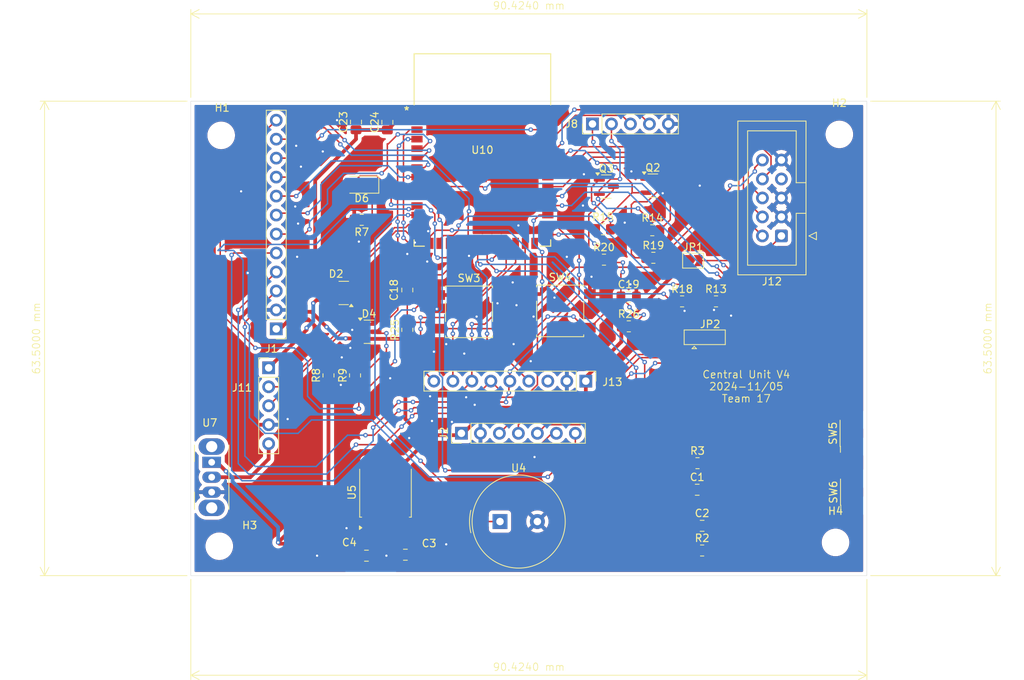
<source format=kicad_pcb>
(kicad_pcb (version 20240108) (generator "pcbnew") (generator_version "8.0")
  (layers (0 "F.Cu" signal) (31 "B.Cu" signal) (34 "B.Paste" user) (35 "F.Paste" user) (36 "B.SilkS" user "B.Silkscreen") (37 "F.SilkS" user "F.Silkscreen") (38 "B.Mask" user) (39 "F.Mask" user) (44 "Edge.Cuts" user))
  (net 0 "")
  (net 1 "/BUTTON_1")
  (net 2 "GND")
  (net 3 "/BUTTON_2")
  (net 4 "/VBAT")
  (net 5 "+3V3")
  (net 6 "/CHIP_PU")
  (net 7 "/GPIO0_STRAPPING")
  (net 8 "/D-")
  (net 9 "+5V")
  (net 10 "/D+")
  (net 11 "/VBAT_SENSE")
  (net 12 "/LED")
  (net 13 "Net-(D6-K)")
  (net 14 "/TX")
  (net 15 "/RTS")
  (net 16 "/RX")
  (net 17 "/DTR")
  (net 18 "/GPIO17")
  (net 19 "/GPIO16")
  (net 20 "/GPIO37")
  (net 21 "/GPIO38")
  (net 22 "/GPIO18")
  (net 23 "/MTCK")
  (net 24 "Net-(J12-VTref)")
  (net 25 "/MTDI")
  (net 27 "/MTMS")
  (net 28 "/MTDO")
  (net 29 "Net-(JP2-C)")
  (net 30 "Net-(Q2-B)")
  (net 31 "Net-(Q2-C)")
  (net 32 "Net-(Q3-B)")
  (net 33 "Net-(Q3-C)")
  (net 34 "/GPIO46_STRAPPING")
  (net 35 "/GPIO3_STRAPPING")
  (net 36 "/BUZZER")
  (net 37 "/LORA_CS")
  (net 38 "/LORA_SCK")
  (net 39 "/TFT_XP")
  (net 40 "/TFT_YP")
  (net 41 "/LORA_G0")
  (net 42 "/LORA_MISO")
  (net 43 "/LORA_RST")
  (net 44 "/LORA_MOSI")
  (net 46 "Net-(J11-BAT)")
  (net 47 "Net-(SW6-1*)")
  (net 48 "Net-(SW5-1*)")
  (net 49 "/TFT_DC")
  (net 50 "/TFT_CS")
  (net 51 "/TFT_YM")
  (net 52 "/TFT_XM")
  (net 53 "/GPIO1")
  (net 54 "/GPIO45_STRAPPING")
  (net 55 "/TFT_RST")
  (footprint "Resistor_SMD:R_0805_2012Metric_Pad1.20x1.40mm_HandSolder" (layer "F.Cu") (at 140.605 58.039)
    (property "Reference" "R20")
    (property "Value" "10k")
  )
  (footprint "Jumper:SolderJumper-3_P2.0mm_Open_TrianglePad1.0x1.5mm" (layer "F.Cu") (at 154.083 68.453)
    (property "Reference" "JP2")
    (property "Value" "SolderJumper_3_Open")
  )
  (footprint "Buzzer_Beeper:Buzzer_TDK_PS1240P02BT_D12.2mm_H6.5mm" (layer "F.Cu") (at 126.699 93.091)
    (property "Reference" "U4")
    (property "Value" "PS1440P02BT")
  )
  (footprint "Button_Switch_THT:SW_Slide_SPDT_Angled_CK_OS102011MA1Q" (layer "F.Cu") (at 88.138 85.158 -90)
    (property "Reference" "U7")
    (property "Value" "ON-OFF switch")
  )
  (footprint "Resistor_SMD:R_0805_2012Metric_Pad1.20x1.40mm_HandSolder" (layer "F.Cu") (at 108.204 52.705 180)
    (property "Reference" "R7")
    (property "Value" "220")
  )
  (footprint "Connector_IDC:IDC-Header_2x05_P2.54mm_Vertical" (layer "F.Cu") (at 164.338 54.864 180)
    (property "Reference" "J12")
    (property "Value" "Conn_ARM_JTAG_SWD_10")
  )
  (footprint "Package_TO_SOT_SMD:TO-252-3_TabPin2" (layer "F.Cu") (at 111.385 89.194 90)
    (property "Reference" "U5")
    (property "Value" "3.3V regulator")
  )
  (footprint "Resistor_SMD:R_0805_2012Metric_Pad1.20x1.40mm_HandSolder" (layer "F.Cu") (at 114.3 67.437 90)
    (property "Reference" "R25")
    (property "Value" "100k")
  )
  (footprint "Resistor_SMD:R_0805_2012Metric_Pad1.20x1.40mm_HandSolder" (layer "F.Cu") (at 147.066 54.102)
    (property "Reference" "R14")
    (property "Value" "10k")
  )
  (footprint "Package_TO_SOT_SMD:SOT-23" (layer "F.Cu") (at 147.1445 48.133)
    (property "Reference" "Q2")
    (property "Value" "SS8050-G")
  )
  (footprint "Connector_PinHeader_2.54mm:PinHeader_1x09_P2.54mm_Vertical" (layer "F.Cu") (at 138.176 74.295 -90)
    (property "Reference" "J13")
    (property "Value" "LoRa_interface_connectors")
  )
  (footprint "Button_Switch_SMD:SW_SPST_EVQP7A" (layer "F.Cu") (at 173.736 81.28 90)
    (property "Reference" "SW5")
    (property "Value" "function button")
  )
  (footprint "Capacitor_SMD:C_0805_2012Metric_Pad1.18x1.45mm_HandSolder" (layer "F.Cu") (at 143.9075 63.028)
    (property "Reference" "C19")
    (property "Value" "1u")
  )
  (footprint "Package_TO_SOT_SMD:SOT-23" (layer "F.Cu") (at 109.1715 67.691)
    (property "Reference" "D4")
    (property "Value" "BAT54S")
  )
  (footprint "Resistor_SMD:R_0805_2012Metric_Pad1.20x1.40mm_HandSolder" (layer "F.Cu") (at 153.115 85.281)
    (property "Reference" "R3")
    (property "Value" "10k")
  )
  (footprint "MountingHole:MountingHole_3.2mm_M3" (layer "F.Cu") (at 172.085 41.275)
    (property "Reference" "H2")
    (property "Value" "MountingHole")
  )
  (footprint "Connector_PinHeader_2.54mm:PinHeader_1x12_P2.54mm_Vertical" (layer "F.Cu") (at 96.774 67.31 180)
    (property "Reference" "J1")
    (property "Value" "Conn_01x12_Pin")
  )
  (footprint "Button_Switch_SMD:SW_SPST_EVQP7A" (layer "F.Cu") (at 173.792 89.154 90)
    (property "Reference" "SW6")
    (property "Value" "function button")
  )
  (footprint "Capacitor_SMD:C_0805_2012Metric_Pad1.18x1.45mm_HandSolder" (layer "F.Cu") (at 114.046 97.536)
    (property "Reference" "C3")
    (property "Value" "10uF")
  )
  (footprint "Capacitor_SMD:C_0805_2012Metric_Pad1.18x1.45mm_HandSolder" (layer "F.Cu") (at 153.0775 88.837)
    (property "Reference" "C1")
    (property "Value" "1uF")
  )
  (footprint "Connector_PinHeader_2.54mm:PinHeader_1x05_P2.54mm_Vertical" (layer "F.Cu") (at 139.065 39.878 90)
    (property "Reference" "J8")
    (property "Value" "Conn_01x05_Female")
  )
  (footprint "MountingHole:MountingHole_3.2mm_M3" (layer "F.Cu") (at 171.577 95.885)
    (property "Reference" "H4")
    (property "Value" "MountingHole")
  )
  (footprint "Resistor_SMD:R_0805_2012Metric_Pad1.20x1.40mm_HandSolder" (layer "F.Cu") (at 107.315 73.533 90)
    (property "Reference" "R9")
    (property "Value" "10k")
  )
  (footprint "Jumper:SolderJumper-2_P1.3mm_Open_TrianglePad1.0x1.5mm" (layer "F.Cu") (at 152.527 58.166)
    (property "Reference" "JP1")
    (property "Value" "SolderJumper_2_Open")
  )
  (footprint "Package_TO_SOT_SMD:SOT-23" (layer "F.Cu") (at 140.9215 48.26)
    (property "Reference" "Q3")
    (property "Value" "SS8050-G")
  )
  (footprint "Button_Switch_SMD:SW_SPST_B3S-1000" (layer "F.Cu") (at 122.555 65.024)
    (property "Reference" "SW3")
    (property "Value" "SW_Push")
  )
  (footprint "Resistor_SMD:R_0805_2012Metric_Pad1.20x1.40mm_HandSolder" (layer "F.Cu") (at 155.591 63.627)
    (property "Reference" "R13")
    (property "Value" "1k")
  )
  (footprint "Capacitor_SMD:C_0805_2012Metric_Pad1.18x1.45mm_HandSolder" (layer "F.Cu") (at 114.3 62.103 90)
    (property "Reference" "C18")
    (property "Value" "1u")
  )
  (footprint "Resistor_SMD:R_0805_2012Metric_Pad1.20x1.40mm_HandSolder" (layer "F.Cu") (at 153.734 96.965)
    (property "Reference" "R2")
    (property "Value" "10k")
  )
  (footprint "Capacitor_SMD:C_0805_2012Metric_Pad1.18x1.45mm_HandSolder" (layer "F.Cu") (at 107.442 39.624 90)
    (property "Reference" "C23")
    (property "Value" "10u")
  )
  (footprint "LED_SMD:LED_1206_3216Metric" (layer "F.Cu") (at 108.204 48.006 180)
    (property "Reference" "D6")
    (property "Value" "Status LED")
  )
  (footprint "MountingHole:MountingHole_3.2mm_M3" (layer "F.Cu") (at 89.154 96.393)
    (property "Reference" "H3")
    (property "Value" "MountingHole")
  )
  (footprint "Resistor_SMD:R_0805_2012Metric_Pad1.20x1.40mm_HandSolder" (layer "F.Cu") (at 143.929 66.965)
    (property "Reference" "R26")
    (property "Value" "100k")
  )
  (footprint "Resistor_SMD:R_0805_2012Metric_Pad1.20x1.40mm_HandSolder" (layer "F.Cu") (at 103.759 73.533 90)
    (property "Reference" "R8")
    (property "Value" "100k")
  )
  (footprint "Resistor_SMD:R_0805_2012Metric_Pad1.20x1.40mm_HandSolder" (layer "F.Cu") (at 140.478 53.975)
    (property "Reference" "R15")
    (property "Value" "10k")
  )
  (footprint "MountingHole:MountingHole_3.2mm_M3" (layer "F.Cu") (at 89.408 41.402)
    (property "Reference" "H1")
    (property "Value" "MountingHole")
  )
  (footprint "Capacitor_SMD:C_0805_2012Metric_Pad1.18x1.45mm_HandSolder" (layer "F.Cu") (at 153.734 93.663)
    (property "Reference" "C2")
    (property "Value" "1uF")
  )
  (footprint "Resistor_SMD:R_0805_2012Metric_Pad1.20x1.40mm_HandSolder" (layer "F.Cu") (at 151.0545 63.627)
    (property "Reference" "R18")
    (property "Value" "1k")
  )
  (footprint "Resistor_SMD:R_0805_2012Metric_Pad1.20x1.40mm_HandSolder" (layer "F.Cu") (at 147.209 57.785)
    (property "Reference" "R19")
    (property "Value" "10k")
  )
  (footprint "Package_TO_SOT_SMD:SOT-143" (layer "F.Cu") (at 105.807 62.496 180)
    (property "Reference" "D2")
    (property "Value" "SP0503BAHT")
  )
  (footprint "Connector_PinHeader_2.54mm:PinHeader_1x07_P2.54mm_Vertical" (layer "F.Cu") (at 121.539 81.28 90)
    (property "Reference" "J2")
    (property "Value" "Conn_01x07")
  )
  (footprint "Capacitor_SMD:C_0805_2012Metric_Pad1.18x1.45mm_HandSolder" (layer "F.Cu") (at 108.839 97.663)
    (property "Reference" "C4")
    (property "Value" "22uF")
  )
  (footprint "Button_Switch_SMD:SW_SPST_B3S-1000" (layer "F.Cu") (at 134.747 64.897)
    (property "Reference" "SW4")
    (property "Value" "SW_Push")
  )
  (footprint "local_footprints:ESP32-S3-WROOM-1_EXP" (layer "F.Cu") (at 124.346 43.36)
    (property "Reference" "U10")
    (property "Value" "ESP32-S3-WROOM-1-N16R2")
  )
  (footprint "Connector_PinHeader_2.54mm:PinHeader_1x05_P2.54mm_Vertical" (layer "F.Cu") (at 95.758 72.517)
    (property "Reference" "J11")
    (property "Value" "charger_interface_connectors")
  )
  (footprint "Capacitor_SMD:C_0805_2012Metric_Pad1.18x1.45mm_HandSolder" (layer "F.Cu") (at 111.633 39.6455 90)
    (property "Reference" "C24")
    (property "Value" "100n")
  )
  (gr_rect (start 85.344 36.83) (end 175.768 100.33) (stroke (width 0.05)) (fill none) (layer "Edge.Cuts"))
  (gr_text "Central Unit V4\n2024-11/05\nTeam 17" (at 159.639 77.216 0) (layer "F.SilkS") (effects (font (size 1 1) (thickness 0.125)) (justify bottom)))
  (dimension (type aligned) (layer "F.SilkS") (pts (xy 85.344 100.33) (xy 175.768 100.33)) (height 13.335) (gr_text "90.4240 mm" (at 130.556 112.565 0) (layer "F.SilkS") (effects (font (size 1 1) (thickness 0.1)))) (format (prefix "") (suffix "") (units 3) (units_format 1) (precision 4)) (style (thickness 0.1) (arrow_length 1.27) (text_position_mode 0) (extension_height 0.58642) (extension_offset 0.5) keep_text_aligned))
  (dimension (type aligned) (layer "F.SilkS") (pts (xy 85.344 36.83) (xy 175.768 36.83)) (height -11.684) (gr_text "90.4240 mm" (at 130.556 24.046 0) (layer "F.SilkS") (effects (font (size 1 1) (thickness 0.1)))) (format (prefix "") (suffix "") (units 3) (units_format 1) (precision 4)) (style (thickness 0.1) (arrow_length 1.27) (text_position_mode 0) (extension_height 0.58642) (extension_offset 0.5) keep_text_aligned))
  (dimension (type aligned) (layer "F.SilkS") (pts (xy 175.768 36.83) (xy 175.768 100.33)) (height -17.272) (gr_text "63.5000 mm" (at 191.94 68.58 90) (layer "F.SilkS") (effects (font (size 1 1) (thickness 0.1)))) (format (prefix "") (suffix "") (units 3) (units_format 1) (precision 4)) (style (thickness 0.1) (arrow_length 1.27) (text_position_mode 0) (extension_height 0.58642) (extension_offset 0.5) keep_text_aligned))
  (dimension (type aligned) (layer "F.SilkS") (pts (xy 85.344 36.83) (xy 85.344 100.33)) (height 19.558) (gr_text "63.5000 mm" (at 64.686 68.58 90) (layer "F.SilkS") (effects (font (size 1 1) (thickness 0.1)))) (format (prefix "") (suffix "") (units 3) (units_format 1) (precision 4)) (style (thickness 0.1) (arrow_length 1.27) (text_position_mode 0) (extension_height 0.58642) (extension_offset 0.5) keep_text_aligned))
  (segment (start 153.115 86.281) (end 151.530256 86.281) (width 0.2) (layer "F.Cu") (net 1))
  (segment (start 152.04 88.837) (end 152.04 87.356) (width 0.2) (layer "F.Cu") (net 1))
  (segment (start 123.711 58.306) (end 123.711 55.86) (width 0.2) (layer "F.Cu") (net 1))
  (segment (start 124.079 58.674) (end 123.711 58.306) (width 0.2) (layer "F.Cu") (net 1))
  (segment (start 154.115 85.281) (end 153.115 86.281) (width 0.2) (layer "F.Cu") (net 1))
  (segment (start 151.530256 86.281) (end 146.05 80.800744) (width 0.2) (layer "F.Cu") (net 1))
  (segment (start 146.05 80.800744) (end 146.05 71.755) (width 0.2) (layer "F.Cu") (net 1))
  (segment (start 152.04 87.356) (end 154.115 85.281) (width 0.2) (layer "F.Cu") (net 1))
  (via (at 124.079 58.674) (size 0.6) (drill 0.3) (layers "F.Cu" "B.Cu") (net 1))
  (via (at 146.05 71.755) (size 0.6) (drill 0.3) (layers "F.Cu" "B.Cu") (net 1))
  (segment (start 132.969 58.674) (end 124.079 58.674) (width 0.2) (layer "B.Cu") (net 1))
  (segment (start 146.05 71.755) (end 132.969 58.674) (width 0.2) (layer "B.Cu") (net 1))
  (segment (start 112.395 38.608) (end 113.03 37.973) (width 0.2) (layer "F.Cu") (net 2))
  (segment (start 152.083 68.453) (end 150.368 68.453) (width 0.2) (layer "F.Cu") (net 2))
  (segment (start 174.512 86.12) (end 174.498 86.106) (width 0.2) (layer "F.Cu") (net 2))
  (segment (start 95.504 64.897) (end 94.869 65.532) (width 0.2) (layer "F.Cu") (net 2))
  (segment (start 95.504 64.897) (end 95.631 64.897) (width 0.2) (layer "F.Cu") (net 2))
  (segment (start 111.633 38.608) (end 112.395 38.608) (width 0.2) (layer "F.Cu") (net 2))
  (segment (start 96.774 64.77) (end 96.647 64.897) (width 0.2) (layer "F.Cu") (net 2))
  (segment (start 174.512 87.354) (end 174.512 86.12) (width 0.2) (layer "F.Cu") (net 2))
  (segment (start 106.95 72.533) (end 105.537 71.12) (width 0.2) (layer "F.Cu") (net 2))
  (segment (start 105.537 71.12) (end 105.664 71.247) (width 0.2) (layer "F.Cu") (net 2))
  (segment (start 97.536 80.137) (end 98.298 79.375) (width 0.2) (layer "F.Cu") (net 2))
  (segment (start 88.138 89.158) (end 86.356 89.158) (width 0.2) (layer "F.Cu") (net 2))
  (segment (start 144.945 63.028) (end 144.945 61.43) (width 0.2) (layer "F.Cu") (net 2))
  (segment (start 114.3 61.0655) (end 114.3 58.801) (width 0.2) (layer "F.Cu") (net 2))
  (segment (start 109.8765 97.663) (end 111.506 97.663) (width 0.2) (layer "F.Cu") (net 2))
  (segment (start 86.356 89.158) (end 86.233 89.281) (width 0.2) (layer "F.Cu") (net 2))
  (segment (start 109.105 94.234) (end 106.426 94.234) (width 0.2) (layer "F.Cu") (net 2))
  (segment (start 126.53 62.774) (end 126.71 62.774) (width 0.2) (layer "F.Cu") (net 2))
  (segment (start 126.71 62.774) (end 128.397 61.087) (width 0.2) (layer "F.Cu") (net 2))
  (segment (start 124.079 81.534) (end 124.079 83.312) (width 0.2) (layer "F.Cu") (net 2))
  (segment (start 150.368 68.453) (end 150.114 68.199) (width 0.2) (layer "F.Cu") (net 2))
  (segment (start 91.817 89.158) (end 92.075 88.9) (width 0.2) (layer "F.Cu") (net 2))
  (segment (start 95.758 80.137) (end 97.536 80.137) (width 0.2) (layer "F.Cu") (net 2))
  (segment (start 174.456 84.878) (end 174.244 85.09) (width 0.2) (layer "F.Cu") (net 2))
  (segment (start 174.456 83.08) (end 174.456 84.878) (width 0.2) (layer "F.Cu") (net 2))
  (segment (start 96.647 64.897) (end 95.504 64.897) (width 0.2) (layer "F.Cu") (net 2))
  (segment (start 107.315 72.533) (end 106.95 72.533) (width 0.2) (layer "F.Cu") (net 2))
  (segment (start 106.426 94.234) (end 106.172 93.98) (width 0.2) (layer "F.Cu") (net 2))
  (segment (start 144.945 61.43) (end 145.288 61.087) (width 0.2) (layer "F.Cu") (net 2))
  (segment (start 88.138 89.158) (end 91.817 89.158) (width 0.2) (layer "F.Cu") (net 2))
  (via (at 107.823 55.626) (size 0.6) (drill 0.3) (layers "F.Cu" "B.Cu") (net 2))
  (via (at 135.636 57.658) (size 0.6) (drill 0.3) (layers "F.Cu" "B.Cu") (net 2))
  (via (at 116.967 58.293) (size 0.6) (drill 0.3) (layers "F.Cu" "B.Cu") (net 2))
  (via (at 131.318 84.455) (size 0.6) (drill 0.3) (layers "F.Cu" "B.Cu") (net 2))
  (via (at 119.507 69.342) (size 0.6) (drill 0.3) (layers "F.Cu" "B.Cu") (net 2))
  (via (at 151.384 64.897) (size 0.6) (drill 0.3) (layers "F.Cu" "B.Cu") (net 2))
  (via (at 144.272 46.228) (size 0.6) (drill 0.3) (layers "F.Cu" "B.Cu") (net 2))
  (via (at 105.41 74.803) (size 0.6) (drill 0.3) (layers "F.Cu" "B.Cu") (net 2))
  (via (at 133.985 63.119) (size 0.6) (drill 0.3) (layers "F.Cu" "B.Cu") (net 2))
  (via (at 123.317 77.47) (size 0.6) (drill 0.3) (layers "F.Cu" "B.Cu") (net 2))
  (via (at 120.269 79.756) (size 0.6) (drill 0.3) (layers "F.Cu" "B.Cu") (net 2))
  (via (at 130.81 71.628) (size 0.6) (drill 0.3) (layers "F.Cu" "B.Cu") (net 2))
  (via (at 104.902 39.37) (size 0.6) (drill 0.3) (layers "F.Cu" "B.Cu") (net 2))
  (via (at 117.602 79.629) (size 0.6) (drill 0.3) (layers "F.Cu" "B.Cu") (net 2))
  (via (at 118.237 64.643) (size 0.6) (drill 0.3) (layers "F.Cu" "B.Cu") (net 2))
  (via (at 114.554 81.915) (size 0.6) (drill 0.3) (layers "F.Cu" "B.Cu") (net 2))
  (via (at 112.014 73.914) (size 0.6) (drill 0.3) (layers "F.Cu" "B.Cu") (net 2))
  (via (at 105.537 71.12) (size 0.6) (drill 0.3) (layers "F.Cu" "B.Cu") (net 2))
  (via (at 129.159 53.467) (size 0.6) (drill 0.3) (layers "F.Cu" "B.Cu") (net 2))
  (via (at 100.076 45.593) (size 0.6) (drill 0.3) (layers "F.Cu" "B.Cu") (net 2))
  (via (at 121.92 70.612) (size 0.6) (drill 0.3) (layers "F.Cu" "B.Cu") (net 2))
  (via (at 117.856 70.358) (size 0.6) (drill 0.3) (layers "F.Cu" "B.Cu") (net 2))
  (via (at 137.795 50.8) (size 0.6) (drill 0.3) (layers "F.Cu" "B.Cu") (net 2))
  (via (at 115.316 55.753) (size 0.6) (drill 0.3) (layers "F.Cu" "B.Cu") (net 2))
  (via (at 123.571 65.659) (size 0.6) (drill 0.3) (layers "F.Cu" "B.Cu") (net 2))
  (via (at 138.938 60.325) (size 0.6) (drill 0.3) (layers "F.Cu" "B.Cu") (net 2))
  (via (at 114.3 57.277) (size 0.6) (drill 0.3) (layers "F.Cu" "B.Cu") (net 2))
  (via (at 102.997 43.561) (size 0.6) (drill 0.3) (layers "F.Cu" "B.Cu") (net 2))
  (via (at 102.235 97.663) (size 0.6) (drill 0.3) (layers "F.Cu" "B.Cu") (net 2))
  (via (at 106.172 93.98) (size 0.6) (drill 0.3) (layers "F.Cu" "B.Cu") (net 2))
  (via (at 155.321 64.77) (size 0.6) (drill 0.3) (layers "F.Cu" "B.Cu") (net 2))
  (via (at 117.094 54.229) (size 0.6) (drill 0.3) (layers "F.Cu" "B.Cu") (net 2))
  (via (at 126.365 63.881) (size 0.6) (drill 0.3) (layers "F.Cu" "B.Cu") (net 2))
  (via (at 143.383 53.086) (size 0.6) (drill 0.3) (layers "F.Cu" "B.Cu") (net 2))
  (via (at 99.314 50.927) (size 0.6) (drill 0.3) (layers "F.Cu" "B.Cu") (net 2))
  (via (at 131.191 65.659) (size 0.6) (drill 0.3) (layers "F.Cu" "B.Cu") (net 2))
  (via (at 128.397 61.087) (size 0.6) (drill 0.3) (layers "F.Cu" "B.Cu") (net 2))
  (via (at 119.507 96.139) (size 0.6) (drill 0.3) (layers "F.Cu" "B.Cu") (net 2))
  (via (at 92.964 59.817) (size 0.6) (drill 0.3) (layers "F.Cu" "B.Cu") (net 2))
  (via (at 144.145 61.341) (size 0.6) (drill 0.3) (layers "F.Cu" "B.Cu") (net 2))
  (via (at 99.695 53.213) (size 0.6) (drill 0.3) (layers "F.Cu" "B.Cu") (net 2))
  (via (at 148.463 49.149) (size 0.6) (drill 0.3) (layers "F.Cu" "B.Cu") (net 2))
  (via (at 157.607 65.532) (size 0.6) (drill 0.3) (layers "F.Cu" "B.Cu") (net 2))
  (via (at 106.68 69.85) (size 0.6) (drill 0.3) (layers "F.Cu" "B.Cu") (net 2))
  (via (at 111.506 97.663) (size 0.6) (drill 0.3) (layers "F.Cu" "B.Cu") (net 2))
  (via (at 99.441 42.799) (size 0.6) (drill 0.3) (layers "F.Cu" "B.Cu") (net 2))
  (via (at 128.905 64.135) (size 0.6) (drill 0.3) (layers "F.Cu" "B.Cu") (net 2))
  (via (at 117.348 76.327) (size 0.6) (drill 0.3) (layers "F.Cu" "B.Cu") (net 2))
  (via (at 92.075 48.895) (size 0.6) (drill 0.3) (layers "F.Cu" "B.Cu") (net 2))
  (via (at 99.568 57.658) (size 0.6) (drill 0.3) (layers "F.Cu" "B.Cu") (net 2))
  (via (at 153.416 48.133) (size 0.6) (drill 0.3) (layers "F.Cu" "B.Cu") (net 2))
  (via (at 137.922 46.609) (size 0.6) (drill 0.3) (layers "F.Cu" "B.Cu") (net 2))
  (via (at 122.555 57.531) (size 0.6) (drill 0.3) (layers "F.Cu" "B.Cu") (net 2))
  (via (at 128.524 69.342) (size 0.6) (drill 0.3) (layers "F.Cu" "B.Cu") (net 2))
  (via (at 106.934 67.437) (size 0.6) (drill 0.3) (layers "F.Cu" "B.Cu") (net 2))
  (via (at 98.298 79.375) (size 0.6) (drill 0.3) (layers "F.Cu" "B.Cu") (net 2))
  (via (at 122.174 76.454) (size 0.6) (drill 0.3) (layers "F.Cu" "B.Cu") (net 2))
  (segment (start 152.6965 93.663) (end 144.907 85.8735) (width 0.2) (layer "F.Cu") (net 3))
  (segment (start 154.734 95.7005) (end 152.6965 93.663) (width 0.2) (layer "F.Cu") (net 3))
  (segment (start 124.981 58.306) (end 124.981 55.86) (width 0.2) (layer "F.Cu") (net 3))
  (segment (start 144.907 85.8735) (end 144.907 72.517) (width 0.2) (layer "F.Cu") (net 3))
  (segment (start 126.238 59.563) (end 124.981 58.306) (width 0.2) (layer "F.Cu") (net 3))
  (segment (start 154.734 96.965) (end 154.734 95.7005) (width 0.2) (layer "F.Cu") (net 3))
  (via (at 126.238 59.563) (size 0.6) (drill 0.3) (layers "F.Cu" "B.Cu") (net 3))
  (via (at 144.907 72.517) (size 0.6) (drill 0.3) (layers "F.Cu" "B.Cu") (net 3))
  (segment (start 131.953 59.563) (end 126.238 59.563) (width 0.2) (layer "B.Cu") (net 3))
  (segment (start 144.907 72.517) (end 131.953 59.563) (width 0.2) (layer "B.Cu") (net 3))
  (segment (start 113.0085 98.3195) (end 113.0085 97.536) (width 0.5) (layer "F.Cu") (net 4))
  (segment (start 88.138 85.158) (end 88.841 85.158) (width 0.5) (layer "F.Cu") (net 4))
  (segment (start 112.099 99.229) (end 113.0085 98.3195) (width 0.5) (layer "F.Cu") (net 4))
  (segment (start 103.759 74.533) (end 103.759 89.154) (width 0.5) (layer "F.Cu") (net 4))
  (segment (start 113.665 94.234) (end 113.665 96.8795) (width 0.5) (layer "F.Cu") (net 4))
  (segment (start 97.1985 96.0555) (end 103.5485 96.0555) (width 0.5) (layer "F.Cu") (net 4))
  (segment (start 97.028 95.885) (end 97.0915 95.8215) (width 0.5) (layer "F.Cu") (net 4))
  (segment (start 103.759 89.154) (end 97.028 95.885) (width 0.5) (layer "F.Cu") (net 4))
  (segment (start 113.665 96.8795) (end 113.0085 97.536) (width 0.5) (layer "F.Cu") (net 4))
  (segment (start 103.5485 96.0555) (end 106.722 99.229) (width 0.5) (layer "F.Cu") (net 4))
  (segment (start 97.028 95.885) (end 97.1985 96.0555) (width 0.5) (layer "F.Cu") (net 4))
  (segment (start 106.722 99.229) (end 112.099 99.229) (width 0.5) (layer "F.Cu") (net 4))
  (segment (start 88.841 85.158) (end 90.043 86.36) (width 0.5) (layer "F.Cu") (net 4))
  (via (at 90.043 86.36) (size 0.6) (drill 0.3) (layers "F.Cu" "B.Cu") (net 4))
  (via (at 97.028 95.885) (size 0.6) (drill 0.3) (layers "F.Cu" "B.Cu") (net 4))
  (segment (start 97.028 93.853) (end 97.028 95.885) (width 0.5) (layer "B.Cu") (net 4))
  (segment (start 90.043 86.36) (end 90.932 87.249) (width 0.5) (layer "B.Cu") (net 4))
  (segment (start 90.932 87.249) (end 90.932 87.757) (width 0.5) (layer "B.Cu") (net 4))
  (segment (start 90.932 87.757) (end 97.028 93.853) (width 0.5) (layer "B.Cu") (net 4))
  (segment (start 98.806 63.246) (end 98.806 65.786) (width 0.5) (layer "F.Cu") (net 5))
  (segment (start 109.86 92.709) (end 111.385 94.234) (width 0.5) (layer "F.Cu") (net 5))
  (segment (start 136.271 77.851) (end 138.176 75.946) (width 0.5) (layer "F.Cu") (net 5))
  (segment (start 156.591 63.627) (end 156.591 63.881) (width 0.5) (layer "F.Cu") (net 5))
  (segment (start 114.3 68.437) (end 114.046 68.691) (width 0.5) (layer "F.Cu") (net 5))
  (segment (start 116.205 81.534) (end 117.635 81.534) (width 0.5) (layer "F.Cu") (net 5))
  (segment (start 107.442 40.6615) (end 107.123 40.9805) (width 0.5) (layer "F.Cu") (net 5))
  (segment (start 99.568 65.024) (end 98.806 65.786) (width 0.5) (layer "F.Cu") (net 5))
  (segment (start 156.508 63.627) (end 156.591 63.627) (width 0.5) (layer "F.Cu") (net 5))
  (segment (start 112.946 39.37) (end 111.633 40.683) (width 0.5) (layer "F.Cu") (net 5))
  (segment (start 142.929 69.034) (end 142.929 66.965) (width 0.5) (layer "F.Cu") (net 5))
  (segment (start 107.442 40.6615) (end 107.442 41.91) (width 0.5) (layer "F.Cu") (net 5))
  (segment (start 142.929 66.965) (end 143.003 66.965) (width 0.5) (layer "F.Cu") (net 5))
  (segment (start 115.596 39.37) (end 112.946 39.37) (width 0.5) (layer "F.Cu") (net 5))
  (segment (start 97.282 67.31) (end 96.774 67.31) (width 0.5) (layer "F.Cu") (net 5))
  (segment (start 101.473 65.024) (end 99.568 65.024) (width 0.5) (layer "F.Cu") (net 5))
  (segment (start 107.4635 40.683) (end 107.442 40.6615) (width 0.5) (layer "F.Cu") (net 5))
  (segment (start 121.539 81.534) (end 125.222 77.851) (width 0.5) (layer "F.Cu") (net 5))
  (segment (start 101.981 47.371) (end 101.981 60.071) (width 0.5) (layer "F.Cu") (net 5))
  (segment (start 138.176 73.787) (end 142.929 69.034) (width 0.5) (layer "F.Cu") (net 5))
  (segment (start 107.8015 97.663) (end 107.956 97.663) (width 0.5) (layer "F.Cu") (net 5))
  (segment (start 107.442 41.91) (end 101.981 47.371) (width 0.5) (layer "F.Cu") (net 5))
  (segment (start 108.234 68.641) (end 114.096 68.641) (width 0.5) (layer "F.Cu") (net 5))
  (segment (start 151.802 58.166) (end 151.802 58.921) (width 0.5) (layer "F.Cu") (net 5))
  (segment (start 98.806 65.786) (end 97.282 67.31) (width 0.5) (layer "F.Cu") (net 5))
  (segment (start 101.473 65.024) (end 103.505 67.056) (width 0.5) (layer "F.Cu") (net 5))
  (segment (start 109.86 89.609) (end 109.86 92.709) (width 0.5) (layer "F.Cu") (net 5))
  (segment (start 114.096 68.641) (end 114.3 68.437) (width 0.5) (layer "F.Cu") (net 5))
  (segment (start 111.633 40.683) (end 107.4635 40.683) (width 0.5) (layer "F.Cu") (net 5))
  (segment (start 117.635 81.534) (end 112.91 86.259) (width 0.5) (layer "F.Cu") (net 5))
  (segment (start 114.25 68.387) (end 114.3 68.437) (width 0.5) (layer "F.Cu") (net 5))
  (segment (start 107.956 97.663) (end 111.385 94.234) (width 0.5) (layer "F.Cu") (net 5))
  (segment (start 151.802 58.921) (end 156.508 63.627) (width 0.5) (layer "F.Cu") (net 5))
  (segment (start 156.083 64.389) (end 156.083 68.453) (width 0.5) (layer "F.Cu") (net 5))
  (segment (start 114.046 79.375) (end 116.205 81.534) (width 0.5) (layer "F.Cu") (net 5))
  (segment (start 138.176 74.295) (end 138.176 73.787) (width 0.5) (layer "F.Cu") (net 5))
  (segment (start 114.046 68.691) (end 114.046 79.375) (width 0.5) (layer "F.Cu") (net 5))
  (segment (start 121.539 81.534) (end 117.635 81.534) (width 0.5) (layer "F.Cu") (net 5))
  (segment (start 114.3 68.437) (end 115.046 68.437) (width 0.5) (layer "F.Cu") (net 5))
  (segment (start 138.176 75.946) (end 138.176 74.295) (width 0.5) (layer "F.Cu") (net 5))
  (segment (start 125.222 77.851) (end 136.271 77.851) (width 0.5) (layer "F.Cu") (net 5))
  (segment (start 143.003 66.965) (end 151.802 58.166) (width 0.5) (layer "F.Cu") (net 5))
  (segment (start 106.045 68.58) (end 108.173 68.58) (width 0.5) (layer "F.Cu") (net 5))
  (segment (start 101.981 60.071) (end 98.806 63.246) (width 0.5) (layer "F.Cu") (net 5))
  (segment (start 156.591 63.881) (end 156.083 64.389) (width 0.5) (layer "F.Cu") (net 5))
  (segment (start 108.173 68.58) (end 108.234 68.641) (width 0.5) (layer "F.Cu") (net 5))
  (via (at 103.505 67.056) (size 0.6) (drill 0.3) (layers "F.Cu" "B.Cu") (net 5))
  (via (at 106.045 68.58) (size 0.6) (drill 0.3) (layers "F.Cu" "B.Cu") (net 5))
  (segment (start 103.505 67.056) (end 105.029 68.58) (width 0.5) (layer "B.Cu") (net 5))
  (segment (start 105.029 68.58) (end 106.045 68.58) (width 0.5) (layer "B.Cu") (net 5))
  (segment (start 113.792 41.4947) (end 114.6467 40.64) (width 0.2) (layer "F.Cu") (net 6))
  (segment (start 117.618 66.437) (end 114.3 66.437) (width 0.2) (layer "F.Cu") (net 6))
  (segment (start 161.798 44.704) (end 160.782 45.72) (width 0.2) (layer "F.Cu") (net 6))
  (segment (start 113.792 53.086) (end 113.792 41.4947) (width 0.2) (layer "F.Cu") (net 6))
  (segment (start 118.58 67.274) (end 118.455 67.274) (width 0.2) (layer "F.Cu") (net 6))
  (segment (start 115.325 56.651) (end 113.792 55.118) (width 0.2) (layer "F.Cu") (net 6))
  (segment (start 126.53 67.274) (end 128.62 67.274) (width 0.2) (layer "F.Cu") (net 6))
  (segment (start 115.325 62.1155) (end 115.325 56.651) (width 0.2) (layer "F.Cu") (net 6))
  (segment (start 157.48 48.133) (end 157.48 48.514) (width 0.2) (layer "F.Cu") (net 6))
  (segment (start 118.58 67.274) (end 126.53 67.274) (width 0.2) (layer "F.Cu") (net 6))
  (segment (start 118.455 67.274) (end 117.618 66.437) (width 0.2) (layer "F.Cu") (net 6))
  (segment (start 136.839 59.055) (end 146.939 59.055) (width 0.2) (layer "F.Cu") (net 6))
  (segment (start 114.6467 40.64) (end 115.596 40.64) (width 0.2) (layer "F.Cu") (net 6))
  (segment (start 128.62 67.274) (end 136.839 59.055) (width 0.2) (layer "F.Cu") (net 6))
  (segment (start 157.48 48.514) (end 148.209 57.785) (width 0.2) (layer "F.Cu") (net 6))
  (segment (start 114.3 66.437) (end 114.3 63.1405) (width 0.2) (layer "F.Cu") (net 6))
  (segment (start 146.939 59.055) (end 148.209 57.785) (width 0.2) (layer "F.Cu") (net 6))
  (segment (start 114.3 63.1405) (end 115.325 62.1155) (width 0.2) (layer "F.Cu") (net 6))
  (segment (start 160.782 45.72) (end 160.782 46.228) (width 0.2) (layer "F.Cu") (net 6))
  (via (at 113.792 53.086) (size 0.6) (drill 0.3) (layers "F.Cu" "B.Cu") (net 6))
  (via (at 157.48 48.133) (size 0.6) (drill 0.3) (layers "F.Cu" "B.Cu") (net 6))
  (via (at 160.782 46.228) (size 0.6) (drill 0.3) (layers "F.Cu" "B.Cu") (net 6))
  (via (at 113.792 55.118) (size 0.6) (drill 0.3) (layers "F.Cu" "B.Cu") (net 6))
  (segment (start 160.782 46.228) (end 158.877 48.133) (width 0.2) (layer "B.Cu") (net 6))
  (segment (start 158.877 48.133) (end 157.48 48.133) (width 0.2) (layer "B.Cu") (net 6))
  (segment (start 113.792 55.118) (end 113.792 53.086) (width 0.2) (layer "B.Cu") (net 6))
  (segment (start 134.543385 54.686615) (end 133.172615 54.686615) (width 0.2) (layer "F.Cu") (net 7))
  (segment (start 144.018 64.176) (end 142.87 63.028) (width 0.2) (layer "F.Cu") (net 7))
  (segment (start 144.018 64.389) (end 144.018 64.176) (width 0.2) (layer "F.Cu") (net 7))
  (segment (start 130.772 67.147) (end 131.608 67.147) (width 0.2) (layer "F.Cu") (net 7))
  (segment (start 141.605 58.039) (end 139.446 55.88) (width 0.2) (layer "F.Cu") (net 7))
  (segment (start 138.751 67.147) (end 138.722 67.147) (width 0.2) (layer "F.Cu") (net 7))
  (segment (start 131.608 67.147) (end 133.096 65.659) (width 0.2) (layer "F.Cu") (net 7))
  (segment (start 141.986 58.42) (end 141.605 58.039) (width 0.2) (layer "F.Cu") (net 7))
  (segment (start 142.87 59.949) (end 143.129 59.69) (width 0.2) (layer "F.Cu") (net 7))
  (segment (start 136.525 65.659) (end 138.013 67.147) (width 0.2) (layer "F.Cu") (net 7))
  (segment (start 144.929 66.965) (end 144.929 66.399) (width 0.2) (layer "F.Cu") (net 7))
  (segment (start 138.013 67.147) (end 138.722 67.147) (width 0.2) (layer "F.Cu") (net 7))
  (segment (start 144.929 66.399) (end 145.923 65.405) (width 0.2) (layer "F.Cu") (net 7))
  (segment (start 133.172615 54.686615) (end 133.096 54.61) (width 0.2) (layer "F.Cu") (net 7))
  (segment (start 139.446 55.88) (end 139.319 55.88) (width 0.2) (layer "F.Cu") (net 7))
  (segment (start 142.87 63.028) (end 138.751 67.147) (width 0.2) (layer "F.Cu") (net 7))
  (segment (start 143.129 58.42) (end 141.986 58.42) (width 0.2) (layer "F.Cu") (net 7))
  (segment (start 142.87 63.028) (end 142.87 59.949) (width 0.2) (layer "F.Cu") (net 7))
  (via (at 133.096 65.659) (size 0.6) (drill 0.3) (layers "F.Cu" "B.Cu") (net 7))
  (via (at 143.129 59.69) (size 0.6) (drill 0.3) (layers "F.Cu" "B.Cu") (net 7))
  (via (at 143.129 58.42) (size 0.6) (drill 0.3) (layers "F.Cu" "B.Cu") (net 7))
  (via (at 145.923 65.405) (size 0.6) (drill 0.3) (layers "F.Cu" "B.Cu") (net 7))
  (via (at 144.018 64.389) (size 0.6) (drill 0.3) (layers "F.Cu" "B.Cu") (net 7))
  (via (at 136.525 65.659) (size 0.6) (drill 0.3) (layers "F.Cu" "B.Cu") (net 7))
  (via (at 139.319 55.88) (size 0.6) (drill 0.3) (layers "F.Cu" "B.Cu") (net 7))
  (via (at 134.543385 54.686615) (size 0.6) (drill 0.3) (layers "F.Cu" "B.Cu") (net 7))
  (segment (start 145.034 65.405) (end 144.018 64.389) (width 0.2) (layer "B.Cu") (net 7))
  (segment (start 133.096 65.659) (end 136.525 65.659) (width 0.2) (layer "B.Cu") (net 7))
  (segment (start 143.129 59.69) (end 143.129 58.42) (width 0.2) (layer "B.Cu") (net 7))
  (segment (start 145.923 65.405) (end 145.034 65.405) (width 0.2) (layer "B.Cu") (net 7))
  (segment (start 139.319 55.88) (end 138.049 54.61) (width 0.2) (layer "B.Cu") (net 7))
  (segment (start 138.049 54.61) (end 134.62 54.61) (width 0.2) (layer "B.Cu") (net 7))
  (segment (start 134.62 54.61) (end 134.543385 54.686615) (width 0.2) (layer "B.Cu") (net 7))
  (segment (start 114.062049 53.75) (end 112.603 53.75) (width 0.2) (layer "F.Cu") (net 8))
  (segment (start 115.596 53.34) (end 114.472049 53.34) (width 0.2) (layer "F.Cu") (net 8))
  (segment (start 105.47652 65.96006) (end 105.47652 67.242083) (width 0.2) (layer "F.Cu") (net 8))
  (segment (start 105.582 65.85458) (end 105.47652 65.96006) (width 0.2) (layer "F.Cu") (net 8))
  (segment (start 104.807 61.546) (end 104.807 62.071001) (width 0.2) (layer "F.Cu") (net 8))
  (segment (start 105.582 62.846001) (end 105.582 65.85458) (width 0.2) (layer "F.Cu") (net 8))
  (segment (start 104.807 62.071001) (end 105.582 62.846001) (width 0.2) (layer "F.Cu") (net 8))
  (segment (start 97.661603 75.057) (end 95.758 75.057) (width 0.2) (layer "F.Cu") (net 8))
  (segment (start 105.47652 67.242083) (end 97.661603 75.057) (width 0.2) (layer "F.Cu") (net 8))
  (segment (start 112.603 53.75) (end 104.807 61.546) (width 0.2) (layer "F.Cu") (net 8))
  (segment (start 114.472049 53.34) (end 114.062049 53.75) (width 0.2) (layer "F.Cu") (net 8))
  (segment (start 104.807 63.446) (end 102.162 63.446) (width 0.5) (layer "F.Cu") (net 9))
  (segment (start 102.162 63.446) (end 101.727 63.881) (width 0.5) (layer "F.Cu") (net 9))
  (segment (start 100.838 67.183) (end 100.838 67.437) (width 0.5) (layer "F.Cu") (net 9))
  (segment (start 100.838 67.437) (end 95.758 72.517) (width 0.5) (layer "F.Cu") (net 9))
  (via (at 101.727 63.881) (size 0.6) (drill 0.3) (layers "F.Cu" "B.Cu") (net 9))
  (via (at 100.838 67.183) (size 0.6) (drill 0.3) (layers "F.Cu" "B.Cu") (net 9))
  (segment (start 101.727 63.881) (end 101.727 66.294) (width 0.5) (layer "B.Cu") (net 9))
  (segment (start 101.727 66.294) (end 100.838 67.183) (width 0.5) (layer "B.Cu") (net 9))
  (segment (start 105.9265 67.2175) (end 106.032 67.323) (width 0.2) (layer "F.Cu") (net 10))
  (segment (start 106.807 61.546) (end 106.807 62.071001) (width 0.2) (layer "F.Cu") (net 10))
  (segment (start 112.789397 54.2) (end 106.807 60.182397) (width 0.2) (layer "F.Cu") (net 10))
  (segment (start 115.596 54.61) (end 114.472049 54.61) (width 0.2) (layer "F.Cu") (net 10))
  (segment (start 114.062049 54.2) (end 112.789397 54.2) (width 0.2) (layer "F.Cu") (net 10))
  (segment (start 106.430398 62.446) (end 106.032 62.844398) (width 0.2) (layer "F.Cu") (net 10))
  (segment (start 106.032 66.040948) (end 105.9265 66.146448) (width 0.2) (layer "F.Cu") (net 10))
  (segment (start 105.9265 66.146448) (end 105.9265 67.2175) (width 0.2) (layer "F.Cu") (net 10))
  (segment (start 114.472049 54.61) (end 114.062049 54.2) (width 0.2) (layer "F.Cu") (net 10))
  (segment (start 106.807 60.182397) (end 106.807 61.546) (width 0.2) (layer "F.Cu") (net 10))
  (segment (start 106.432001 62.446) (end 106.430398 62.446) (width 0.2) (layer "F.Cu") (net 10))
  (segment (start 106.032 62.844398) (end 106.032 66.040948) (width 0.2) (layer "F.Cu") (net 10))
  (segment (start 106.032 67.323) (end 95.758 77.597) (width 0.2) (layer "F.Cu") (net 10))
  (segment (start 106.807 62.071001) (end 106.432001 62.446) (width 0.2) (layer "F.Cu") (net 10))
  (segment (start 103.759 72.533) (end 105.315 72.533) (width 0.2) (layer "F.Cu") (net 11))
  (segment (start 111.506 67.891) (end 110.309 67.891) (width 0.2) (layer "F.Cu") (net 11))
  (segment (start 113.03 54.8) (end 113.033963 54.803963) (width 0.2) (layer "F.Cu") (net 11))
  (segment (start 111.506 70.342) (end 111.506 69.596) (width 0.2) (layer "F.Cu") (net 11))
  (segment (start 114.392 41.91) (end 115.596 41.91) (width 0.2) (layer "F.Cu") (net 11))
  (segment (start 105.315 72.533) (end 107.315 74.533) (width 0.2) (layer "F.Cu") (net 11))
  (segment (start 113.002882 52.95448) (end 113.002882 43.080118) (width 0.2) (layer "F.Cu") (net 11))
  (segment (start 110.309 67.891) (end 110.109 67.691) (width 0.2) (layer "F.Cu") (net 11))
  (segment (start 110.109 67.691) (end 113.03 64.77) (width 0.2) (layer "F.Cu") (net 11))
  (segment (start 107.315 74.533) (end 111.506 70.342) (width 0.2) (layer "F.Cu") (net 11))
  (segment (start 113.284 42.799) (end 113.192 42.799) (width 0.2) (layer "F.Cu") (net 11))
  (segment (start 113.002882 43.080118) (end 113.284 42.799) (width 0.2) (layer "F.Cu") (net 11))
  (segment (start 113.03 64.77) (end 113.03 54.8) (width 0.2) (layer "F.Cu") (net 11))
  (via (at 111.506 67.891) (size 0.6) (drill 0.3) (layers "F.Cu" "B.Cu") (net 11))
  (via (at 111.506 69.596) (size 0.6) (drill 0.3) (layers "F.Cu" "B.Cu") (net 11))
  (via (at 113.192 42.799) (size 0.6) (drill 0.3) (layers "F.Cu" "B.Cu") (net 11))
  (via (at 114.392 41.91) (size 0.6) (drill 0.3) (layers "F.Cu" "B.Cu") (net 11))
  (via (at 113.033963 54.803963) (size 0.6) (drill 0.3) (layers "F.Cu" "B.Cu") (net 11))
  (via (at 113.002882 52.95448) (size 0.6) (drill 0.3) (layers "F.Cu" "B.Cu") (net 11))
  (segment (start 113.033963 54.803963) (end 113.033963 52.962963) (width 0.2) (layer "B.Cu") (net 11))
  (segment (start 114.046 41.91) (end 114.392 41.91) (width 0.2) (layer "B.Cu") (net 11))
  (segment (start 113.192 42.764) (end 114.046 41.91) (width 0.2) (layer "B.Cu") (net 11))
  (segment (start 113.192 42.799) (end 113.192 42.764) (width 0.2) (layer "B.Cu") (net 11))
  (segment (start 111.506 69.596) (end 111.506 67.891) (width 0.2) (layer "B.Cu") (net 11))
  (segment (start 113.033963 52.962963) (end 113.02548 52.95448) (width 0.2) (layer "B.Cu") (net 11))
  (segment (start 113.02548 52.95448) (end 113.002882 52.95448) (width 0.2) (layer "B.Cu") (net 11))
  (segment (start 117.983 51.943) (end 117.983 53.213) (width 0.2) (layer "F.Cu") (net 12))
  (segment (start 112.141 48.758256) (end 112.141 50.673) (width 0.2) (layer "F.Cu") (net 12))
  (segment (start 106.804 48.006) (end 107.979 46.831) (width 0.2) (layer "F.Cu") (net 12))
  (segment (start 117.475 51.435) (end 117.983 51.943) (width 0.2) (layer "F.Cu") (net 12))
  (segment (start 110.213744 46.831) (end 112.141 48.758256) (width 0.2) (layer "F.Cu") (net 12))
  (segment (start 119.507 57.785) (end 119.901 57.391) (width 0.2) (layer "F.Cu") (net 12))
  (segment (start 119.901 57.391) (end 119.901 55.86) (width 0.2) (layer "F.Cu") (net 12))
  (segment (start 118.364 57.785) (end 119.507 57.785) (width 0.2) (layer "F.Cu") (net 12))
  (segment (start 107.979 46.831) (end 110.213744 46.831) (width 0.2) (layer "F.Cu") (net 12))
  (via (at 117.983 53.213) (size 0.6) (drill 0.3) (layers "F.Cu" "B.Cu") (net 12))
  (via (at 118.364 57.785) (size 0.6) (drill 0.3) (layers "F.Cu" "B.Cu") (net 12))
  (via (at 112.141 50.673) (size 0.6) (drill 0.3) (layers "F.Cu" "B.Cu") (net 12))
  (via (at 117.475 51.435) (size 0.6) (drill 0.3) (layers "F.Cu" "B.Cu") (net 12))
  (segment (start 117.983 57.404) (end 118.364 57.785) (width 0.2) (layer "B.Cu") (net 12))
  (segment (start 117.983 53.213) (end 117.983 57.404) (width 0.2) (layer "B.Cu") (net 12))
  (segment (start 116.713 50.673) (end 117.475 51.435) (width 0.2) (layer "B.Cu") (net 12))
  (segment (start 112.141 50.673) (end 116.713 50.673) (width 0.2) (layer "B.Cu") (net 12))
  (segment (start 109.604 48.006) (end 109.604 52.305) (width 0.2) (layer "F.Cu") (net 13))
  (segment (start 109.604 52.305) (end 109.204 52.705) (width 0.2) (layer "F.Cu") (net 13))
  (segment (start 133.604 41.91) (end 133.096 41.91) (width 0.2) (layer "F.Cu") (net 14))
  (segment (start 142.995 38.728) (end 136.786 38.728) (width 0.2) (layer "F.Cu") (net 14))
  (segment (start 136.786 38.728) (end 133.604 41.91) (width 0.2) (layer "F.Cu") (net 14))
  (segment (start 144.145 39.878) (end 142.995 38.728) (width 0.2) (layer "F.Cu") (net 14))
  (segment (start 144.37 47.85) (end 142.113 45.593) (width 0.2) (layer "F.Cu") (net 15))
  (segment (start 139.192 42.291) (end 139.065 42.164) (width 0.2) (layer "F.Cu") (net 15))
  (segment (start 139.478 53.975) (end 144.37 49.083) (width 0.2) (layer "F.Cu") (net 15))
  (segment (start 144.37 49.083) (end 146.207 49.083) (width 0.2) (layer "F.Cu") (net 15))
  (segment (start 142.113 45.593) (end 142.113 45.685) (width 0.2) (layer "F.Cu") (net 15))
  (segment (start 139.065 42.164) (end 139.065 39.878) (width 0.2) (layer "F.Cu") (net 15))
  (segment (start 144.37 49.083) (end 144.37 47.85) (width 0.2) (layer "F.Cu") (net 15))
  (via (at 142.113 45.685) (size 0.6) (drill 0.3) (layers "F.Cu" "B.Cu") (net 15))
  (via (at 139.192 42.291) (size 0.6) (drill 0.3) (layers "F.Cu" "B.Cu") (net 15))
  (segment (start 139.192 42.764) (end 139.192 42.291) (width 0.2) (layer "B.Cu") (net 15))
  (segment (start 142.113 45.685) (end 139.192 42.764) (width 0.2) (layer "B.Cu") (net 15))
  (segment (start 135.001 42.418) (end 134.239 43.18) (width 0.2) (layer "F.Cu") (net 16))
  (segment (start 146.685 39.878) (end 144.78 37.973) (width 0.2) (layer "F.Cu") (net 16))
  (segment (start 134.239 43.18) (end 133.096 43.18) (width 0.2) (layer "F.Cu") (net 16))
  (segment (start 144.78 37.973) (end 136.652 37.973) (width 0.2) (layer "F.Cu") (net 16))
  (via (at 135.001 42.418) (size 0.6) (drill 0.3) (layers "F.Cu" "B.Cu") (net 16))
  (via (at 136.652 37.973) (size 0.6) (drill 0.3) (layers "F.Cu" "B.Cu") (net 16))
  (segment (start 135.001 39.624) (end 135.001 42.418) (width 0.2) (layer "B.Cu") (net 16))
  (segment (start 136.652 37.973) (end 135.001 39.624) (width 0.2) (layer "B.Cu") (net 16))
  (segment (start 141.605 42.164) (end 141.605 39.878) (width 0.2) (layer "F.Cu") (net 17))
  (segment (start 146.066 54.102) (end 146.066 52.086) (width 0.2) (layer "F.Cu") (net 17))
  (segment (start 139.813949 49.380051) (end 139.984 49.21) (width 0.2) (layer "F.Cu") (net 17))
  (segment (start 139.984 48.756948) (end 141.496948 47.244) (width 0.2) (layer "F.Cu") (net 17))
  (segment (start 141.496948 47.244) (end 142.748 47.244) (width 0.2) (layer "F.Cu") (net 17))
  (segment (start 139.813949 49.909573) (end 139.813949 49.380051) (width 0.2) (layer "F.Cu") (net 17))
  (segment (start 139.984 49.21) (end 139.984 48.756948) (width 0.2) (layer "F.Cu") (net 17))
  (segment (start 146.066 52.086) (end 145.161 51.181) (width 0.2) (layer "F.Cu") (net 17))
  (via (at 145.161 51.181) (size 0.6) (drill 0.3) (layers "F.Cu" "B.Cu") (net 17))
  (via (at 141.605 42.164) (size 0.6) (drill 0.3) (layers "F.Cu" "B.Cu") (net 17))
  (via (at 142.748 47.244) (size 0.6) (drill 0.3) (layers "F.Cu" "B.Cu") (net 17))
  (via (at 139.813949 49.909573) (size 0.6) (drill 0.3) (layers "F.Cu" "B.Cu") (net 17))
  (segment (start 142.748 43.307) (end 141.605 42.164) (width 0.2) (layer "B.Cu") (net 17))
  (segment (start 142.748 47.244) (end 142.748 43.307) (width 0.2) (layer "B.Cu") (net 17))
  (segment (start 145.161 51.181) (end 140.97 51.181) (width 0.2) (layer "B.Cu") (net 17))
  (segment (start 139.813949 50.024949) (end 139.813949 49.909573) (width 0.2) (layer "B.Cu") (net 17))
  (segment (start 140.97 51.181) (end 139.813949 50.024949) (width 0.2) (layer "B.Cu") (net 17))
  (segment (start 118.618 52.705) (end 118.491 52.578) (width 0.2) (layer "F.Cu") (net 18))
  (segment (start 116.5453 49.53) (end 115.596 49.53) (width 0.2) (layer "F.Cu") (net 18))
  (segment (start 118.491 51.4757) (end 116.5453 49.53) (width 0.2) (layer "F.Cu") (net 18))
  (segment (start 119.38 86.233) (end 119.507 86.36) (width 0.2) (layer "F.Cu") (net 18))
  (segment (start 118.491 52.578) (end 118.491 51.4757) (width 0.2) (layer "F.Cu") (net 18))
  (segment (start 128.691471 86.233) (end 119.38 86.233) (width 0.2) (layer "F.Cu") (net 18))
  (segment (start 133.644471 81.28) (end 128.691471 86.233) (width 0.2) (layer "F.Cu") (net 18))
  (segment (start 134.239 81.28) (end 133.644471 81.28) (width 0.2) (layer "F.Cu") (net 18))
  (via (at 118.618 52.705) (size 0.6) (drill 0.3) (layers "F.Cu" "B.Cu") (net 18))
  (via (at 119.38 86.233) (size 0.6) (drill 0.3) (layers "F.Cu" "B.Cu") (net 18))
  (segment (start 119.006 85.859) (end 119.006 73.818654) (width 0.2) (layer "B.Cu") (net 18))
  (segment (start 119.006 73.818654) (end 118.618 73.430654) (width 0.2) (layer "B.Cu") (net 18))
  (segment (start 118.618 65.110529) (end 118.964 64.764529) (width 0.2) (layer "B.Cu") (net 18))
  (segment (start 119.38 86.233) (end 119.006 85.859) (width 0.2) (layer "B.Cu") (net 18))
  (segment (start 118.964 64.764529) (end 118.964 53.051) (width 0.2) (layer "B.Cu") (net 18))
  (segment (start 118.618 73.430654) (end 118.618 65.110529) (width 0.2) (layer "B.Cu") (net 18))
  (segment (start 118.964 53.051) (end 118.618 52.705) (width 0.2) (layer "B.Cu") (net 18))
  (segment (start 159.404 68.491686) (end 159.404 61.379) (width 0.2) (layer "F.Cu") (net 19))
  (segment (start 131.699 81.28) (end 132.849 80.13) (width 0.2) (layer "F.Cu") (net 19))
  (segment (start 137.421 80.13) (end 144.272 73.279) (width 0.2) (layer "F.Cu") (net 19))
  (segment (start 124.587 48.514) (end 124.333 48.26) (width 0.2) (layer "F.Cu") (net 19))
  (segment (start 147.447 71.882) (end 156.013686 71.882) (width 0.2) (layer "F.Cu") (net 19))
  (segment (start 132.849 80.13) (end 137.421 80.13) (width 0.2) (layer "F.Cu") (net 19))
  (segment (start 124.714 48.514) (end 124.587 48.514) (width 0.2) (layer "F.Cu") (net 19))
  (segment (start 115.723 48.133) (end 115.596 48.26) (width 0.2) (layer "F.Cu") (net 19))
  (segment (start 159.404 61.379) (end 156.591 58.566) (width 0.2) (layer "F.Cu") (net 19))
  (segment (start 124.333 48.26) (end 115.596 48.26) (width 0.2) (layer "F.Cu") (net 19))
  (segment (start 156.591 58.566) (end 156.591 58.766) (width 0.2) (layer "F.Cu") (net 19))
  (segment (start 156.013686 71.882) (end 159.404 68.491686) (width 0.2) (layer "F.Cu") (net 19))
  (via (at 156.591 58.766) (size 0.6) (drill 0.3) (layers "F.Cu" "B.Cu") (net 19))
  (via (at 144.272 73.279) (size 0.6) (drill 0.3) (layers "F.Cu" "B.Cu") (net 19))
  (via (at 124.714 48.514) (size 0.6) (drill 0.3) (layers "F.Cu" "B.Cu") (net 19))
  (via (at 147.447 71.882) (size 0.6) (drill 0.3) (layers "F.Cu" "B.Cu") (net 19))
  (segment (start 125.384 47.844) (end 124.714 48.514) (width 0.2) (layer "B.Cu") (net 19))
  (segment (start 156.591 58.766) (end 145.669 47.844) (width 0.2) (layer "B.Cu") (net 19))
  (segment (start 144.272 73.279) (end 146.05 73.279) (width 0.2) (layer "B.Cu") (net 19))
  (segment (start 146.05 73.279) (end 147.447 71.882) (width 0.2) (layer "B.Cu") (net 19))
  (segment (start 145.669 47.844) (end 125.384 47.844) (width 0.2) (layer "B.Cu") (net 19))
  (segment (start 137.052 78.594) (end 129.305 78.594) (width 0.2) (layer "F.Cu") (net 20))
  (segment (start 133.096 50.8) (end 135.001 50.8) (width 0.2) (layer "F.Cu") (net 20))
  (segment (start 144.907 70.739) (end 137.052 78.594) (width 0.2) (layer "F.Cu") (net 20))
  (segment (start 155.722235 59.923765) (end 158.496 62.69753) (width 0.2) (layer "F.Cu") (net 20))
  (segment (start 158.496 68.268314) (end 156.025314 70.739) (width 0.2) (layer "F.Cu") (net 20))
  (segment (start 156.025314 70.739) (end 144.907 70.739) (width 0.2) (layer "F.Cu") (net 20))
  (segment (start 158.496 62.69753) (end 158.496 68.268314) (width 0.2) (layer "F.Cu") (net 20))
  (segment (start 129.305 78.594) (end 126.619 81.28) (width 0.2) (layer "F.Cu") (net 20))
  (via (at 135.001 50.8) (size 0.6) (drill 0.3) (layers "F.Cu" "B.Cu") (net 20))
  (via (at 155.722235 59.923765) (size 0.6) (drill 0.3) (layers "F.Cu" "B.Cu") (net 20))
  (segment (start 155.829 59.817) (end 155.722235 59.923765) (width 0.2) (layer "B.Cu") (net 20))
  (segment (start 135.001 50.8) (end 136.271 50.8) (width 0.2) (layer "B.Cu") (net 20))
  (segment (start 138.049 49.022) (end 143.850529 49.022) (width 0.2) (layer "B.Cu") (net 20))
  (segment (start 143.850529 49.022) (end 154.645529 59.817) (width 0.2) (layer "B.Cu") (net 20))
  (segment (start 136.271 50.8) (end 138.049 49.022) (width 0.2) (layer "B.Cu") (net 20))
  (segment (start 154.645529 59.817) (end 155.829 59.817) (width 0.2) (layer "B.Cu") (net 20))
  (segment (start 135.001 49.53) (end 133.096 49.53) (width 0.2) (layer "F.Cu") (net 21))
  (segment (start 155.702 59.055) (end 155.702 58.928) (width 0.2) (layer "F.Cu") (net 21))
  (segment (start 159.004 68.326) (end 159.004 62.357) (width 0.2) (layer "F.Cu") (net 21))
  (segment (start 130.302 78.994) (end 137.541 78.994) (width 0.2) (layer "F.Cu") (net 21))
  (segment (start 137.541 78.994) (end 145.38 71.155) (width 0.2) (layer "F.Cu") (net 21))
  (segment (start 129.159 80.137) (end 130.302 78.994) (width 0.2) (layer "F.Cu") (net 21))
  (segment (start 156.175 71.155) (end 159.004 68.326) (width 0.2) (layer "F.Cu") (net 21))
  (segment (start 145.38 71.155) (end 156.175 71.155) (width 0.2) (layer "F.Cu") (net 21))
  (segment (start 129.159 81.28) (end 129.159 80.137) (width 0.2) (layer "F.Cu") (net 21))
  (segment (start 159.004 62.357) (end 155.702 59.055) (width 0.2) (layer "F.Cu") (net 21))
  (via (at 135.001 49.53) (size 0.6) (drill 0.3) (layers "F.Cu" "B.Cu") (net 21))
  (via (at 155.702 58.928) (size 0.6) (drill 0.3) (layers "F.Cu" "B.Cu") (net 21))
  (segment (start 147.101 51.048529) (end 147.101 50.708) (width 0.2) (layer "B.Cu") (net 21))
  (segment (start 154.980471 58.928) (end 147.101 51.048529) (width 0.2) (layer "B.Cu") (net 21))
  (segment (start 155.702 58.928) (end 154.980471 58.928) (width 0.2) (layer "B.Cu") (net 21))
  (segment (start 144.653 48.26) (end 136.271 48.26) (width 0.2) (layer "B.Cu") (net 21))
  (segment (start 136.271 48.26) (end 135.001 49.53) (width 0.2) (layer "B.Cu") (net 21))
  (segment (start 147.101 50.708) (end 144.653 48.26) (width 0.2) (layer "B.Cu") (net 21))
  (segment (start 136.779 81.28) (end 136.779 83.439) (width 0.2) (layer "F.Cu") (net 22))
  (segment (start 136.779 83.439) (end 133.096 87.122) (width 0.2) (layer "F.Cu") (net 22))
  (segment (start 115.596 50.8) (end 115.088 51.308) (width 0.2) (layer "F.Cu") (net 22))
  (segment (start 114.457096 51.308) (end 114.492096 51.273) (width 0.2) (layer "F.Cu") (net 22))
  (segment (start 115.088 51.308) (end 114.457096 51.308) (width 0.2) (layer "F.Cu") (net 22))
  (via (at 114.492096 51.273) (size 0.6) (drill 0.3) (layers "F.Cu" "B.Cu") (net 22))
  (via (at 133.096 87.122) (size 0.6) (drill 0.3) (layers "F.Cu" "B.Cu") (net 22))
  (segment (start 102.074529 56) (end 89.796 56) (width 0.2) (layer "B.Cu") (net 22))
  (segment (start 117.180529 87.122) (end 133.096 87.122) (width 0.2) (layer "B.Cu") (net 22))
  (segment (start 106.801529 51.273) (end 102.074529 56) (width 0.2) (layer "B.Cu") (net 22))
  (segment (start 99.688 81.287) (end 101.473 79.502) (width 0.2) (layer "B.Cu") (net 22))
  (segment (start 114.492096 51.273) (end 106.801529 51.273) (width 0.2) (layer "B.Cu") (net 22))
  (segment (start 95.281654 81.287) (end 99.688 81.287) (width 0.2) (layer "B.Cu") (net 22))
  (segment (start 93.183 79.188346) (end 95.281654 81.287) (width 0.2) (layer "B.Cu") (net 22))
  (segment (start 109.560529 79.502) (end 117.180529 87.122) (width 0.2) (layer "B.Cu") (net 22))
  (segment (start 93.183 66.807471) (end 93.183 79.188346) (width 0.2) (layer "B.Cu") (net 22))
  (segment (start 88.992 56.804) (end 91.053529 56.804) (width 0.2) (layer "B.Cu") (net 22))
  (segment (start 101.473 79.502) (end 109.560529 79.502) (width 0.2) (layer "B.Cu") (net 22))
  (segment (start 92.334471 65.958942) (end 93.183 66.807471) (width 0.2) (layer "B.Cu") (net 22))
  (segment (start 89.796 56) (end 88.992 56.804) (width 0.2) (layer "B.Cu") (net 22))
  (segment (start 92.334471 58.084942) (end 92.334471 65.958942) (width 0.2) (layer "B.Cu") (net 22))
  (segment (start 91.053529 56.804) (end 92.334471 58.084942) (width 0.2) (layer "B.Cu") (net 22))
  (segment (start 158.623 44.45) (end 158.623 44.323) (width 0.2) (layer "F.Cu") (net 23))
  (segment (start 135.128 48.26) (end 133.096 48.26) (width 0.2) (layer "F.Cu") (net 23))
  (segment (start 161.798 52.324) (end 159.258 49.784) (width 0.2) (layer "F.Cu") (net 23))
  (segment (start 159.258 45.085) (end 158.623 44.45) (width 0.2) (layer "F.Cu") (net 23))
  (segment (start 159.258 49.784) (end 159.258 45.085) (width 0.2) (layer "F.Cu") (net 23))
  (segment (start 158.623 44.323) (end 139.065 44.323) (width 0.2) (layer "F.Cu") (net 23))
  (segment (start 139.065 44.323) (end 135.128 48.26) (width 0.2) (layer "F.Cu") (net 23))
  (segment (start 161.036 58.166) (end 153.252 58.166) (width 0.2) (layer "F.Cu") (net 24))
  (segment (start 164.338 54.864) (end 161.036 58.166) (width 0.2) (layer "F.Cu") (net 24))
  (segment (start 162.948 44.227654) (end 161.646346 42.926) (width 0.2) (layer "F.Cu") (net 25))
  (segment (start 161.646346 42.926) (end 137.668 42.926) (width 0.2) (layer "F.Cu") (net 25))
  (segment (start 161.798 47.244) (end 162.948 46.094) (width 0.2) (layer "F.Cu") (net 25))
  (segment (start 134.874 45.72) (end 133.096 45.72) (width 0.2) (layer "F.Cu") (net 25))
  (segment (start 137.668 42.926) (end 134.874 45.72) (width 0.2) (layer "F.Cu") (net 25))
  (segment (start 162.948 46.094) (end 162.948 44.227654) (width 0.2) (layer "F.Cu") (net 25))
  (segment (start 136.144 43.434) (end 136.017 43.434) (width 0.2) (layer "F.Cu") (net 27))
  (segment (start 135.001 44.45) (end 133.096 44.45) (width 0.2) (layer "F.Cu") (net 27))
  (segment (start 157.48 45.085) (end 139.7 45.085) (width 0.2) (layer "F.Cu") (net 27))
  (segment (start 136.017 43.434) (end 135.001 44.45) (width 0.2) (layer "F.Cu") (net 27))
  (segment (start 158.623 51.689) (end 158.623 46.228) (width 0.2) (layer "F.Cu") (net 27))
  (segment (start 158.623 46.228) (end 157.48 45.085) (width 0.2) (layer "F.Cu") (net 27))
  (segment (start 161.798 54.864) (end 158.623 51.689) (width 0.2) (layer "F.Cu") (net 27))
  (via (at 136.144 43.434) (size 0.6) (drill 0.3) (layers "F.Cu" "B.Cu") (net 27))
  (via (at 139.7 45.085) (size 0.6) (drill 0.3) (layers "F.Cu" "B.Cu") (net 27))
  (segment (start 138.049 43.434) (end 136.144 43.434) (width 0.2) (layer "B.Cu") (net 27))
  (segment (start 139.7 45.085) (end 138.049 43.434) (width 0.2) (layer "B.Cu") (net 27))
  (segment (start 161.798 49.784) (end 159.893 47.879) (width 0.2) (layer "F.Cu") (net 28))
  (segment (start 159.131 43.688) (end 138.176 43.688) (width 0.2) (layer "F.Cu") (net 28))
  (segment (start 159.893 44.45) (end 159.131 43.688) (width 0.2) (layer "F.Cu") (net 28))
  (segment (start 138.176 43.688) (end 134.874 46.99) (width 0.2) (layer "F.Cu") (net 28))
  (segment (start 134.874 46.99) (end 133.096 46.99) (width 0.2) (layer "F.Cu") (net 28))
  (segment (start 159.893 47.879) (end 159.893 44.45) (width 0.2) (layer "F.Cu") (net 28))
  (segment (start 152.0545 63.627) (end 152.0545 66.4245) (width 0.2) (layer "F.Cu") (net 29))
  (segment (start 152.0545 66.4245) (end 154.083 68.453) (width 0.2) (layer "F.Cu") (net 29))
  (segment (start 147.416 45.974) (end 146.207 47.183) (width 0.2) (layer "F.Cu") (net 30))
  (segment (start 148.717 45.974) (end 147.416 45.974) (width 0.2) (layer "F.Cu") (net 30))
  (segment (start 149.479 52.689) (end 149.479 46.736) (width 0.2) (layer "F.Cu") (net 30))
  (segment (start 149.479 46.736) (end 148.717 45.974) (width 0.2) (layer "F.Cu") (net 30))
  (segment (start 148.066 54.102) (end 149.479 52.689) (width 0.2) (layer "F.Cu") (net 30))
  (segment (start 144.272 50.673) (end 144.272 57.277) (width 0.2) (layer "F.Cu") (net 31))
  (segment (start 144.272 57.277) (end 144.78 57.785) (width 0.2) (layer "F.Cu") (net 31))
  (segment (start 146.376052 50.292) (end 144.653 50.292) (width 0.2) (layer "F.Cu") (net 31))
  (segment (start 144.78 57.785) (end 146.209 57.785) (width 0.2) (layer "F.Cu") (net 31))
  (segment (start 144.653 50.292) (end 144.272 50.673) (width 0.2) (layer "F.Cu") (net 31))
  (segment (start 148.082 48.133) (end 148.082 48.586052) (width 0.2) (layer "F.Cu") (net 31))
  (segment (start 148.082 48.586052) (end 146.376052 50.292) (width 0.2) (layer "F.Cu") (net 31))
  (segment (start 138.9465 48.3475) (end 139.984 47.31) (width 0.2) (layer "F.Cu") (net 32))
  (segment (start 141.478 53.975) (end 141.478 52.705) (width 0.2) (layer "F.Cu") (net 32))
  (segment (start 138.9465 50.1735) (end 138.9465 48.3475) (width 0.2) (layer "F.Cu") (net 32))
  (segment (start 141.478 52.705) (end 141.537265 52.764265) (width 0.2) (layer "F.Cu") (net 32))
  (segment (start 139.248261 50.475261) (end 138.9465 50.1735) (width 0.2) (layer "F.Cu") (net 32))
  (via (at 139.248261 50.475261) (size 0.6) (drill 0.3) (layers "F.Cu" "B.Cu") (net 32))
  (via (at 141.537265 52.764265) (size 0.6) (drill 0.3) (layers "F.Cu" "B.Cu") (net 32))
  (segment (start 141.537265 52.764265) (end 139.248261 50.475261) (width 0.2) (layer "B.Cu") (net 32))
  (segment (start 139.605 58.039) (end 138.578 57.012) (width 0.2) (layer "F.Cu") (net 33))
  (segment (start 141.859 48.713052) (end 141.859 48.26) (width 0.2) (layer "F.Cu") (net 33))
  (segment (start 138.578 51.994052) (end 141.859 48.713052) (width 0.2) (layer "F.Cu") (net 33))
  (segment (start 138.578 57.012) (end 138.578 51.994052) (width 0.2) (layer "F.Cu") (net 33))
  (segment (start 152.305 61.341) (end 149.86 61.341) (width 0.2) (layer "F.Cu") (net 34))
  (segment (start 119.1565 54.8107) (end 118.631 55.3362) (width 0.2) (layer "F.Cu") (net 34))
  (segment (start 118.631 55.3362) (end 118.631 55.86) (width 0.2) (layer "F.Cu") (net 34))
  (segment (start 120.4493 54.8107) (end 119.1565 54.8107) (width 0.2) (layer "F.Cu") (net 34))
  (segment (start 121.158 53.467) (end 121.158 54.102) (width 0.2) (layer "F.Cu") (net 34))
  (segment (start 121.158 54.102) (end 120.4493 54.8107) (width 0.2) (layer "F.Cu") (net 34))
  (segment (start 154.591 63.627) (end 152.305 61.341) (width 0.2) (layer "F.Cu") (net 34))
  (via (at 149.86 61.341) (size 0.6) (drill 0.3) (layers "F.Cu" "B.Cu") (net 34))
  (via (at 121.158 53.467) (size 0.6) (drill 0.3) (layers "F.Cu" "B.Cu") (net 34))
  (segment (start 138.973 52.232) (end 122.393 52.232) (width 0.2) (layer "B.Cu") (net 34))
  (segment (start 148.082 61.341) (end 138.973 52.232) (width 0.2) (layer "B.Cu") (net 34))
  (segment (start 149.86 61.341) (end 148.082 61.341) (width 0.2) (layer "B.Cu") (net 34))
  (segment (start 122.393 52.232) (end 121.158 53.467) (width 0.2) (layer "B.Cu") (net 34))
  (segment (start 150.0545 63.627) (end 149.606 63.627) (width 0.2) (layer "F.Cu") (net 35))
  (segment (start 117.361 54.9107) (end 117.361 55.86) (width 0.2) (layer "F.Cu") (net 35))
  (segment (start 118.1697 54.102) (end 117.361 54.9107) (width 0.2) (layer "F.Cu") (net 35))
  (segment (start 120.269 54.102) (end 118.1697 54.102) (width 0.2) (layer "F.Cu") (net 35))
  (segment (start 149.606 63.627) (end 148.59 62.611) (width 0.2) (layer "F.Cu") (net 35))
  (via (at 148.59 62.611) (size 0.6) (drill 0.3) (layers "F.Cu" "B.Cu") (net 35))
  (via (at 120.269 54.102) (size 0.6) (drill 0.3) (layers "F.Cu" "B.Cu") (net 35))
  (segment (start 131.404529 57.658) (end 127.848529 54.102) (width 0.2) (layer "B.Cu") (net 35))
  (segment (start 138.978471 62.611) (end 134.025471 57.658) (width 0.2) (layer "B.Cu") (net 35))
  (segment (start 127.848529 54.102) (end 120.269 54.102) (width 0.2) (layer "B.Cu") (net 35))
  (segment (start 134.025471 57.658) (end 131.404529 57.658) (width 0.2) (layer "B.Cu") (net 35))
  (segment (start 148.59 62.611) (end 138.978471 62.611) (width 0.2) (layer "B.Cu") (net 35))
  (segment (start 124.206 93.091) (end 116.078 84.963) (width 0.2) (layer "F.Cu") (net 36))
  (segment (start 126.699 93.091) (end 124.206 93.091) (width 0.2) (layer "F.Cu") (net 36))
  (segment (start 114.392 52.07) (end 115.596 52.07) (width 0.2) (layer "F.Cu") (net 36))
  (via (at 116.078 84.963) (size 0.6) (drill 0.3) (layers "F.Cu" "B.Cu") (net 36))
  (via (at 114.392 52.07) (size 0.6) (drill 0.3) (layers "F.Cu" "B.Cu") (net 36))
  (segment (start 116.078 84.963) (end 109.982 78.867) (width 0.2) (layer "B.Cu") (net 36))
  (segment (start 109.982 78.867) (end 109.982 55.126833) (width 0.2) (layer "B.Cu") (net 36))
  (segment (start 109.982 55.126833) (end 113.038833 52.07) (width 0.2) (layer "B.Cu") (net 36))
  (segment (start 113.038833 52.07) (end 114.392 52.07) (width 0.2) (layer "B.Cu") (net 36))
  (segment (start 120.396 74.295) (end 120.396 67.945) (width 0.2) (layer "F.Cu") (net 37))
  (segment (start 128.791 58.424215) (end 128.791 55.86) (width 0.2) (layer "F.Cu") (net 37))
  (segment (start 120.396 66.674) (end 120.541215 66.674) (width 0.2) (layer "F.Cu") (net 37))
  (segment (start 120.541215 66.674) (end 128.791 58.424215) (width 0.2) (layer "F.Cu") (net 37))
  (via (at 120.396 66.674) (size 0.6) (drill 0.3) (layers "F.Cu" "B.Cu") (net 37))
  (via (at 120.396 67.945) (size 0.6) (drill 0.3) (layers "F.Cu" "B.Cu") (net 37))
  (segment (start 120.396 67.945) (end 120.396 66.674) (width 0.2) (layer "B.Cu") (net 37))
  (segment (start 125.194182 77.101) (end 127.508 77.101) (width 0.2) (layer "F.Cu") (net 38))
  (segment (start 115.316 78.613) (end 123.682182 78.613) (width 0.2) (layer "F.Cu") (net 38))
  (segment (start 127.889 75.854) (end 127.889 74.422) (width 0.2) (layer "F.Cu") (net 38))
  (segment (start 127.889 74.422) (end 128.016 74.295) (width 0.2) (layer "F.Cu") (net 38))
  (segment (start 96.774 59.69) (end 91.694 64.77) (width 0.2) (layer "F.Cu") (net 38))
  (segment (start 132.334 60.96) (end 132.334 57.023) (width 0.2) (layer "F.Cu") (net 38))
  (segment (start 123.682182 78.613) (end 125.194182 77.101) (width 0.2) (layer "F.Cu") (net 38))
  (segment (start 107.442 82.804) (end 111.125 82.804) (width 0.2) (layer "F.Cu") (net 38))
  (segment (start 114.935 78.994) (end 115.316 78.613) (width 0.2) (layer "F.Cu") (net 38))
  (segment (start 131.953 52.07) (end 133.096 52.07) (width 0.2) (layer "F.Cu") (net 38))
  (segment (start 128.016 74.295) (end 128.016 73.025) (width 0.2) (layer "F.Cu") (net 38))
  (segment (start 131.191 52.832) (end 131.953 52.07) (width 0.2) (layer "F.Cu") (net 38))
  (segment (start 111.125 82.804) (end 113.538 80.391) (width 0.2) (layer "F.Cu") (net 38))
  (via (at 131.191 52.832) (size 0.6) (drill 0.3) (layers "F.Cu" "B.Cu") (net 38))
  (via (at 114.935 78.994) (size 0.6) (drill 0.3) (layers "F.Cu" "B.Cu") (net 38))
  (via (at 132.334 57.023) (size 0.6) (drill 0.3) (layers "F.Cu" "B.Cu") (net 38))
  (via (at 91.694 64.77) (size 0.6) (drill 0.3) (layers "F.Cu" "B.Cu") (net 38))
  (via (at 132.334 60.96) (size 0.6) (drill 0.3) (layers "F.Cu" "B.Cu") (net 38))
  (via (at 127.889 75.854) (size 0.6) (drill 0.3) (layers "F.Cu" "B.Cu") (net 38))
  (via (at 128.016 73.025) (size 0.6) (drill 0.3) (layers "F.Cu" "B.Cu") (net 38))
  (via (at 127.508 77.101) (size 0.6) (drill 0.3) (layers "F.Cu" "B.Cu") (net 38))
  (via (at 113.538 80.391) (size 0.6) (drill 0.3) (layers "F.Cu" "B.Cu") (net 38))
  (via (at 107.442 82.804) (size 0.6) (drill 0.3) (layers "F.Cu" "B.Cu") (net 38))
  (segment (start 91.694 85.344) (end 93.091 86.741) (width 0.2) (layer "B.Cu") (net 38))
  (segment (start 129.032 72.009) (end 129.032 71.882) (width 0.2) (layer "B.Cu") (net 38))
  (segment (start 113.538 80.391) (end 114.935 78.994) (width 0.2) (layer "B.Cu") (net 38))
  (segment (start 103.505 86.741) (end 107.442 82.804) (width 0.2) (layer "B.Cu") (net 38))
  (segment (start 93.091 86.741) (end 103.505 86.741) (width 0.2) (layer "B.Cu") (net 38))
  (segment (start 127.889 76.073) (end 127.889 75.854) (width 0.2) (layer "B.Cu") (net 38))
  (segment (start 129.032 71.882) (end 132.334 68.58) (width 0.2) (layer "B.Cu") (net 38))
  (segment (start 132.334 57.023) (end 131.191 55.88) (width 0.2) (layer "B.Cu") (net 38))
  (segment (start 91.694 64.77) (end 91.694 85.344) (width 0.2) (layer "B.Cu") (net 38))
  (segment (start 127.508 76.454) (end 127.889 76.073) (width 0.2) (layer "B.Cu") (net 38))
  (segment (start 128.016 73.025) (end 129.032 72.009) (width 0.2) (layer "B.Cu") (net 38))
  (segment (start 132.334 68.58) (end 132.334 60.96) (width 0.2) (layer "B.Cu") (net 38))
  (segment (start 131.191 55.88) (end 131.191 52.832) (width 0.2) (layer "B.Cu") (net 38))
  (segment (start 127.508 77.101) (end 127.508 76.454) (width 0.2) (layer "B.Cu") (net 38))
  (segment (start 122.441 55.86) (end 122.441 56.3838) (width 0.2) (layer "F.Cu") (net 39))
  (segment (start 102.743 40.386) (end 101.092 42.037) (width 0.2) (layer "F.Cu") (net 39))
  (segment (start 122.555 51.562) (end 122.441 51.676) (width 0.2) (layer "F.Cu") (net 39))
  (segment (start 122.441 51.676) (end 122.441 55.86) (width 0.2) (layer "F.Cu") (net 39))
  (segment (start 103.251 40.386) (end 105.41 42.545) (width 0.2) (layer "F.Cu") (net 39))
  (segment (start 100.457 44.45) (end 96.774 44.45) (width 0.2) (layer "F.Cu") (net 39))
  (segment (start 101.092 42.037) (end 101.092 43.815) (width 0.2) (layer "F.Cu") (net 39))
  (segment (start 101.092 43.815) (end 100.457 44.45) (width 0.2) (layer "F.Cu") (net 39))
  (segment (start 105.41 42.545) (end 105.352313 42.602687) (width 0.2) (layer "F.Cu") (net 39))
  (segment (start 103.251 40.386) (end 102.743 40.386) (width 0.2) (layer "F.Cu") (net 39))
  (via (at 122.555 51.562) (size 0.6) (drill 0.3) (layers "F.Cu" "B.Cu") (net 39))
  (via (at 105.352313 42.602687) (size 0.6) (drill 0.3) (layers "F.Cu" "B.Cu") (net 39))
  (segment (start 116.770686 44.069) (end 122.555 49.853314) (width 0.2) (layer "B.Cu") (net 39))
  (segment (start 105.352313 42.602687) (end 106.818626 44.069) (width 0.2) (layer "B.Cu") (net 39))
  (segment (start 106.818626 44.069) (end 116.770686 44.069) (width 0.2) (layer "B.Cu") (net 39))
  (segment (start 122.555 49.853314) (end 122.555 51.562) (width 0.2) (layer "B.Cu") (net 39))
  (segment (start 99.441 49.53) (end 96.774 49.53) (width 0.2) (layer "F.Cu") (net 40))
  (segment (start 116.967 45.339) (end 116.586 45.72) (width 0.2) (layer "F.Cu") (net 40))
  (segment (start 116.586 45.72) (end 115.596 45.72) (width 0.2) (layer "F.Cu") (net 40))
  (segment (start 117.094 45.339) (end 116.967 45.339) (width 0.2) (layer "F.Cu") (net 40))
  (via (at 117.094 45.339) (size 0.6) (drill 0.3) (layers "F.Cu" "B.Cu") (net 40))
  (via (at 99.441 49.53) (size 0.6) (drill 0.3) (layers "F.Cu" "B.Cu") (net 40))
  (segment (start 116.967 44.831) (end 104.14 44.831) (width 0.2) (layer "B.Cu") (net 40))
  (segment (start 117.094 44.958) (end 117.094 45.339) (width 0.2) (layer "B.Cu") (net 40))
  (segment (start 104.14 44.831) (end 99.441 49.53) (width 0.2) (layer "B.Cu") (net 40))
  (segment (start 117.094 44.958) (end 116.967 44.831) (width 0.2) (layer "B.Cu") (net 40))
  (segment (start 130.556 74.295) (end 124.968 68.707) (width 0.2) (layer "F.Cu") (net 41))
  (segment (start 125.603 58.039) (end 126.251 57.391) (width 0.2) (layer "F.Cu") (net 41))
  (segment (start 126.251 57.391) (end 126.251 55.86) (width 0.2) (layer "F.Cu") (net 41))
  (segment (start 124.968 68.707) (end 124.968 67.945) (width 0.2) (layer "F.Cu") (net 41))
  (via (at 124.968 67.945) (size 0.6) (drill 0.3) (layers "F.Cu" "B.Cu") (net 41))
  (via (at 125.603 58.039) (size 0.6) (drill 0.3) (layers "F.Cu" "B.Cu") (net 41))
  (segment (start 124.968 67.945) (end 124.968 60.411529) (width 0.2) (layer "B.Cu") (net 41))
  (segment (start 124.968 60.411529) (end 123.479 58.922529) (width 0.2) (layer "B.Cu") (net 41))
  (segment (start 123.479 58.385) (end 123.825 58.039) (width 0.2) (layer "B.Cu") (net 41))
  (segment (start 123.479 58.922529) (end 123.479 58.385) (width 0.2) (layer "B.Cu") (net 41))
  (segment (start 123.825 58.039) (end 125.603 58.039) (width 0.2) (layer "B.Cu") (net 41))
  (segment (start 109.855 81.534) (end 113.157 78.232) (width 0.2) (layer "F.Cu") (net 42))
  (segment (start 114.80348 78.204882) (end 114.835118 78.204882) (width 0.2) (layer "F.Cu") (net 42))
  (segment (start 131.706 74.771346) (end 131.706 68.192) (width 0.2) (layer "F.Cu") (net 42))
  (segment (start 114.835118 78.204882) (end 115.189 77.851) (width 0.2) (layer "F.Cu") (net 42))
  (segment (start 115.189 77.851) (end 121.92 77.851) (width 0.2) (layer "F.Cu") (net 42))
  (segment (start 126.492 75.311) (end 126.492 76.454) (width 0.2) (layer "F.Cu") (net 42))
  (segment (start 131.706 68.192) (end 137.287 62.611) (width 0.2) (layer "F.Cu") (net 42))
  (segment (start 137.287 58.166) (end 137.287 56.5817) (width 0.2) (layer "F.Cu") (net 42))
  (segment (start 92.583 66.421) (end 92.583 67.056) (width 0.2) (layer "F.Cu") (net 42))
  (segment (start 137.287 62.611) (end 137.287 60.071) (width 0.2) (layer "F.Cu") (net 42))
  (segment (start 134.0453 53.34) (end 133.096 53.34) (width 0.2) (layer "F.Cu") (net 42))
  (segment (start 125.476 74.295) (end 126.492 75.311) (width 0.2) (layer "F.Cu") (net 42))
  (segment (start 121.92 77.851) (end 125.476 74.295) (width 0.2) (layer "F.Cu") (net 42))
  (segment (start 126.492 76.454) (end 130.023346 76.454) (width 0.2) (layer "F.Cu") (net 42))
  (segment (start 137.287 56.5817) (end 134.0453 53.34) (width 0.2) (layer "F.Cu") (net 42))
  (segment (start 130.023346 76.454) (end 131.706 74.771346) (width 0.2) (layer "F.Cu") (net 42))
  (segment (start 96.774 62.23) (end 92.583 66.421) (width 0.2) (layer "F.Cu") (net 42))
  (segment (start 108.712 81.534) (end 109.855 81.534) (width 0.2) (layer "F.Cu") (net 42))
  (via (at 137.287 58.166) (size 0.6) (drill 0.3) (layers "F.Cu" "B.Cu") (net 42))
  (via (at 114.80348 78.204882) (size 0.6) (drill 0.3) (layers "F.Cu" "B.Cu") (net 42))
  (via (at 108.712 81.534) (size 0.6) (drill 0.3) (layers "F.Cu" "B.Cu") (net 42))
  (via (at 113.157 78.232) (size 0.6) (drill 0.3) (layers "F.Cu" "B.Cu") (net 42))
  (via (at 92.583 67.056) (size 0.6) (drill 0.3) (layers "F.Cu" "B.Cu") (net 42))
  (via (at 137.287 60.071) (size 0.6) (drill 0.3) (layers "F.Cu" "B.Cu") (net 42))
  (segment (start 114.808 78.232) (end 114.808 78.209402) (width 0.2) (layer "B.Cu") (net 42))
  (segment (start 106.299 81.534) (end 108.712 81.534) (width 0.2) (layer "B.Cu") (net 42))
  (segment (start 113.157 78.232) (end 114.808 78.232) (width 0.2) (layer "B.Cu") (net 42))
  (segment (start 92.583 84.328) (end 93.98 85.725) (width 0.2) (layer "B.Cu") (net 42))
  (segment (start 102.108 85.725) (end 106.299 81.534) (width 0.2) (layer "B.Cu") (net 42))
  (segment (start 137.287 60.071) (end 137.287 58.166) (width 0.2) (layer "B.Cu") (net 42))
  (segment (start 92.583 67.056) (end 92.583 84.328) (width 0.2) (layer "B.Cu") (net 42))
  (segment (start 114.808 78.209402) (end 114.80348 78.204882) (width 0.2) (layer "B.Cu") (net 42))
  (segment (start 93.98 85.725) (end 102.108 85.725) (width 0.2) (layer "B.Cu") (net 42))
  (segment (start 116.078 65.786) (end 120.863529 65.786) (width 0.2) (layer "F.Cu") (net 43))
  (segment (start 117.856 74.295) (end 116.078 72.517) (width 0.2) (layer "F.Cu") (net 43))
  (segment (start 120.863529 65.786) (end 127.521 59.128529) (width 0.2) (layer "F.Cu") (net 43))
  (segment (start 116.078 72.517) (end 116.078 67.31) (width 0.2) (layer "F.Cu") (net 43))
  (segment (start 127.521 59.128529) (end 127.521 55.86) (width 0.2) (layer "F.Cu") (net 43))
  (via (at 116.078 67.31) (size 0.6) (drill 0.3) (layers "F.Cu" "B.Cu") (net 43))
  (via (at 116.078 65.786) (size 0.6) (drill 0.3) (layers "F.Cu" "B.Cu") (net 43))
  (segment (start 116.078 67.31) (end 116.078 65.786) (width 0.2) (layer "B.Cu") (net 43))
  (segment (start 122.936 74.295) (end 122.936 68.072) (width 0.2) (layer "F.Cu") (net 44))
  (segment (start 124.655 66.674) (end 130.061 61.268) (width 0.2) (layer "F.Cu") (net 44))
  (segment (start 96.774 57.15) (end 91.059 57.15) (width 0.2) (layer "F.Cu") (net 44))
  (segment (start 122.936 66.674) (end 124.655 66.674) (width 0.2) (layer "F.Cu") (net 44))
  (segment (start 120.142 77.089) (end 122.936 74.295) (width 0.2) (layer "F.Cu") (net 44))
  (segment (start 130.061 61.268) (end 130.061 55.86) (width 0.2) (layer "F.Cu") (net 44))
  (segment (start 91.059 57.15) (end 90.805 57.404) (width 0.2) (layer "F.Cu") (net 44))
  (segment (start 115.062 77.089) (end 120.142 77.089) (width 0.2) (layer "F.Cu") (net 44))
  (segment (start 109.728 80.518) (end 113.157 77.089) (width 0.2) (layer "F.Cu") (net 44))
  (via (at 113.157 77.089) (size 0.6) (drill 0.3) (layers "F.Cu" "B.Cu") (net 44))
  (via (at 122.936 68.072) (size 0.6) (drill 0.3) (layers "F.Cu" "B.Cu") (net 44))
  (via (at 90.805 57.404) (size 0.6) (drill 0.3) (layers "F.Cu" "B.Cu") (net 44))
  (via (at 122.936 66.674) (size 0.6) (drill 0.3) (layers "F.Cu" "B.Cu") (net 44))
  (via (at 109.728 80.518) (size 0.6) (drill 0.3) (layers "F.Cu" "B.Cu") (net 44))
  (via (at 115.062 77.089) (size 0.6) (drill 0.3) (layers "F.Cu" "B.Cu") (net 44))
  (segment (start 90.805 86.233) (end 90.805 57.404) (width 0.2) (layer "B.Cu") (net 44))
  (segment (start 122.936 68.072) (end 122.936 66.674) (width 0.2) (layer "B.Cu") (net 44))
  (segment (start 90.805 86.233) (end 92.202 87.63) (width 0.2) (layer "B.Cu") (net 44))
  (segment (start 109.728 80.518) (end 109.728 82.296) (width 0.2) (layer "B.Cu") (net 44))
  (segment (start 104.394 87.63) (end 92.202 87.63) (width 0.2) (layer "B.Cu") (net 44))
  (segment (start 109.728 82.296) (end 104.394 87.63) (width 0.2) (layer "B.Cu") (net 44))
  (segment (start 113.157 77.089) (end 115.062 77.089) (width 0.2) (layer "B.Cu") (net 44))
  (segment (start 88.138 87.158) (end 93.309 87.158) (width 0.5) (layer "F.Cu") (net 46))
  (segment (start 95.758 84.709) (end 95.758 82.677) (width 0.5) (layer "F.Cu") (net 46))
  (segment (start 93.309 87.158) (end 95.758 84.709) (width 0.5) (layer "F.Cu") (net 46))
  (segment (start 161.882 97.58) (end 161.882 93.98) (width 0.2) (layer "F.Cu") (net 47))
  (segment (start 173.072 87.354) (end 173.072 90.954) (width 0.2) (layer "F.Cu") (net 47))
  (segment (start 152.734 97.665) (end 153.034 97.965) (width 0.2) (layer "F.Cu") (net 47))
  (segment (start 164.908 90.954) (end 173.397 90.954) (width 0.2) (layer "F.Cu") (net 47))
  (segment (start 161.497 97.965) (end 161.882 97.58) (width 0.2) (layer "F.Cu") (net 47))
  (segment (start 153.034 97.965) (end 161.497 97.965) (width 0.2) (layer "F.Cu") (net 47))
  (segment (start 161.882 93.98) (end 164.908 90.954) (width 0.2) (layer "F.Cu") (net 47))
  (segment (start 152.734 96.965) (end 152.734 97.665) (width 0.2) (layer "F.Cu") (net 47))
  (segment (start 163.703 85.344) (end 167.916 81.131) (width 0.2) (layer "F.Cu") (net 48))
  (segment (start 171.365 81.131) (end 173.016 79.48) (width 0.2) (layer "F.Cu") (net 48))
  (segment (start 153.115 84.281) (end 154.699744 84.281) (width 0.2) (layer "F.Cu") (net 48))
  (segment (start 155.762744 85.344) (end 163.703 85.344) (width 0.2) (layer "F.Cu") (net 48))
  (segment (start 152.115 85.281) (end 153.115 84.281) (width 0.2) (layer "F.Cu") (net 48))
  (segment (start 154.699744 84.281) (end 155.762744 85.344) (width 0.2) (layer "F.Cu") (net 48))
  (segment (start 173.016 79.48) (end 173.016 83.08) (width 0.2) (layer "F.Cu") (net 48))
  (segment (start 167.916 81.131) (end 171.365 81.131) (width 0.2) (layer "F.Cu") (net 48))
  (segment (start 114.392 46.99) (end 115.596 46.99) (width 0.2) (layer "F.Cu") (net 49))
  (segment (start 97.028 51.816) (end 96.774 52.07) (width 0.2) (layer "F.Cu") (net 49))
  (segment (start 100.965 51.816) (end 97.028 51.816) (width 0.2) (layer "F.Cu") (net 49))
  (via (at 114.392 46.99) (size 0.6) (drill 0.3) (layers "F.Cu" "B.Cu") (net 49))
  (via (at 100.965 51.816) (size 0.6) (drill 0.3) (layers "F.Cu" "B.Cu") (net 49))
  (segment (start 102.743 50.038) (end 100.965 51.816) (width 0.2) (layer "B.Cu") (net 49))
  (segment (start 105.283 45.466) (end 102.743 48.006) (width 0.2) (layer "B.Cu") (net 49))
  (segment (start 111.76 45.466) (end 113.284 46.99) (width 0.2) (layer "B.Cu") (net 49))
  (segment (start 102.743 48.006) (end 102.743 50.038) (width 0.2) (layer "B.Cu") (net 49))
  (segment (start 113.284 46.99) (end 114.392 46.99) (width 0.2) (layer "B.Cu") (net 49))
  (segment (start 105.283 45.466) (end 111.76 45.466) (width 0.2) (layer "B.Cu") (net 49))
  (segment (start 110.871 46.482) (end 111.633 45.72) (width 0.2) (layer "F.Cu") (net 50))
  (segment (start 111.633 42.545) (end 111.76 42.545) (width 0.2) (layer "F.Cu") (net 50))
  (segment (start 116.332 43.18) (end 115.596 43.18) (width 0.2) (layer "F.Cu") (net 50))
  (segment (start 97.028 54.864) (end 97.155 54.864) (width 0.2) (layer "F.Cu") (net 50))
  (segment (start 111.633 45.72) (end 111.633 42.545) (width 0.2) (layer "F.Cu") (net 50))
  (segment (start 111.76 42.545) (end 113.03 41.275) (width 0.2) (layer "F.Cu") (net 50))
  (segment (start 100.584 54.61) (end 96.774 54.61) (width 0.2) (layer "F.Cu") (net 50))
  (segment (start 117.348 42.164) (end 116.332 43.18) (width 0.2) (layer "F.Cu") (net 50))
  (segment (start 101.219 53.975) (end 100.584 54.61) (width 0.2) (layer "F.Cu") (net 50))
  (via (at 110.871 46.482) (size 0.6) (drill 0.3) (layers "F.Cu" "B.Cu") (net 50))
  (via (at 101.219 53.975) (size 0.6) (drill 0.3) (layers "F.Cu" "B.Cu") (net 50))
  (via (at 117.348 42.164) (size 0.6) (drill 0.3) (layers "F.Cu" "B.Cu") (net 50))
  (via (at 113.03 41.275) (size 0.6) (drill 0.3) (layers "F.Cu" "B.Cu") (net 50))
  (segment (start 113.03 41.275) (end 116.459 41.275) (width 0.2) (layer "B.Cu") (net 50))
  (segment (start 103.632 48.641) (end 103.632 50.546) (width 0.2) (layer "B.Cu") (net 50))
  (segment (start 103.632 50.546) (end 101.219 52.959) (width 0.2) (layer "B.Cu") (net 50))
  (segment (start 105.791 46.482) (end 110.871 46.482) (width 0.2) (layer "B.Cu") (net 50))
  (segment (start 101.219 52.959) (end 101.219 53.975) (width 0.2) (layer "B.Cu") (net 50))
  (segment (start 116.459 41.275) (end 117.348 42.164) (width 0.2) (layer "B.Cu") (net 50))
  (segment (start 105.791 46.482) (end 103.632 48.641) (width 0.2) (layer "B.Cu") (net 50))
  (segment (start 100.838 46.99) (end 96.774 46.99) (width 0.2) (layer "F.Cu") (net 51))
  (segment (start 130.81 40.64) (end 133.096 40.64) (width 0.2) (layer "F.Cu") (net 51))
  (segment (start 101.981 45.847) (end 100.838 46.99) (width 0.2) (layer "F.Cu") (net 51))
  (segment (start 101.981 42.291) (end 101.981 45.847) (width 0.2) (layer "F.Cu") (net 51))
  (segment (start 102.87 41.402) (end 101.981 42.291) (width 0.2) (layer "F.Cu") (net 51))
  (via (at 102.87 41.402) (size 0.6) (drill 0.3) (layers "F.Cu" "B.Cu") (net 51))
  (via (at 130.81 40.64) (size 0.6) (drill 0.3) (layers "F.Cu" "B.Cu") (net 51))
  (segment (start 103.632 40.64) (end 130.81 40.64) (width 0.2) (layer "B.Cu") (net 51))
  (segment (start 102.87 41.402) (end 103.632 40.64) (width 0.2) (layer "B.Cu") (net 51))
  (segment (start 117.221 43.434) (end 116.205 44.45) (width 0.2) (layer "F.Cu") (net 52))
  (segment (start 99.949 41.91) (end 96.774 41.91) (width 0.2) (layer "F.Cu") (net 52))
  (segment (start 103.505 39.624) (end 105.918 42.037) (width 0.2) (layer "F.Cu") (net 52))
  (segment (start 103.505 39.624) (end 102.235 39.624) (width 0.2) (layer "F.Cu") (net 52))
  (segment (start 102.235 39.624) (end 99.949 41.91) (width 0.2) (layer "F.Cu") (net 52))
  (segment (start 116.205 44.45) (end 115.596 44.45) (width 0.2) (layer "F.Cu") (net 52))
  (via (at 105.918 42.037) (size 0.6) (drill 0.3) (layers "F.Cu" "B.Cu") (net 52))
  (via (at 117.221 43.434) (size 0.6) (drill 0.3) (layers "F.Cu" "B.Cu") (net 52))
  (segment (start 117.186 43.399) (end 117.221 43.434) (width 0.2) (layer "B.Cu") (net 52))
  (segment (start 107.28 43.399) (end 117.186 43.399) (width 0.2) (layer "B.Cu") (net 52))
  (segment (start 105.918 42.037) (end 107.28 43.399) (width 0.2) (layer "B.Cu") (net 52))
  (segment (start 89.281 46.863) (end 89.281 65.151) (width 0.2) (layer "F.Cu") (net 55))
  (segment (start 115.189 64.77) (end 116.713 63.246) (width 0.2) (layer "F.Cu") (net 55))
  (segment (start 116.713 60.071) (end 118.999 60.071) (width 0.2) (layer "F.Cu") (net 55))
  (segment (start 96.774 39.37) (end 89.281 46.863) (width 0.2) (layer "F.Cu") (net 55))
  (segment (start 116.713 63.246) (end 116.713 60.071) (width 0.2) (layer "F.Cu") (net 55))
  (segment (start 89.281 65.151) (end 93.98 69.85) (width 0.2) (layer "F.Cu") (net 55))
  (segment (start 107.823 77.978) (end 107.823 76.454) (width 0.2) (layer "F.Cu") (net 55))
  (segment (start 107.823 76.454) (end 112.649 71.628) (width 0.2) (layer "F.Cu") (net 55))
  (segment (start 118.999 60.071) (end 121.171 57.899) (width 0.2) (layer "F.Cu") (net 55))
  (segment (start 121.171 57.899) (end 121.171 55.86) (width 0.2) (layer "F.Cu") (net 55))
  (via (at 93.98 69.85) (size 0.6) (drill 0.3) (layers "F.Cu" "B.Cu") (net 55))
  (via (at 115.189 64.77) (size 0.6) (drill 0.3) (layers "F.Cu" "B.Cu") (net 55))
  (via (at 107.823 77.978) (size 0.6) (drill 0.3) (layers "F.Cu" "B.Cu") (net 55))
  (via (at 112.649 71.628) (size 0.6) (drill 0.3) (layers "F.Cu" "B.Cu") (net 55))
  (segment (start 112.649 71.628) (end 112.649 65.659) (width 0.2) (layer "B.Cu") (net 55))
  (segment (start 93.98 69.85) (end 99.187 69.85) (width 0.2) (layer "B.Cu") (net 55))
  (segment (start 112.649 65.659) (end 113.538 64.77) (width 0.2) (layer "B.Cu") (net 55))
  (segment (start 102.616 77.978) (end 107.823 77.978) (width 0.2) (layer "B.Cu") (net 55))
  (segment (start 100.965 76.327) (end 102.616 77.978) (width 0.2) (layer "B.Cu") (net 55))
  (segment (start 100.965 71.628) (end 100.965 76.327) (width 0.2) (layer "B.Cu") (net 55))
  (segment (start 99.187 69.85) (end 100.965 71.628) (width 0.2) (layer "B.Cu") (net 55))
  (segment (start 113.538 64.77) (end 115.189 64.77) (width 0.2) (layer "B.Cu") (net 55))
  (zone (net 2) (net_name "GND") (layers "F&B.Cu") (connect_pads (clearance 0.5)) (min_thickness 0.25) (fill yes (thermal_gap 0.5) (thermal_bridge_width 0.5))
    (polygon (pts (xy 85.344 36.83) (xy 175.768 36.83) (xy 175.768 100.33) (xy 85.344 100.33)))
  )
)
</source>
